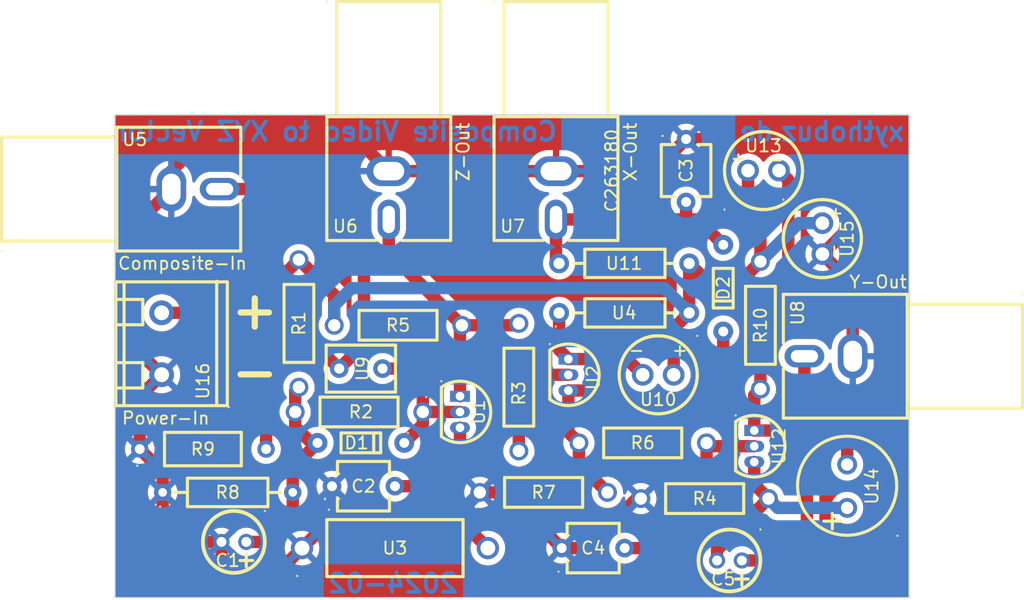
<source format=kicad_pcb>
(kicad_pcb (version 20221018) (generator pcbnew)

  (general
    (thickness 1.6)
  )

  (paper "A4")
  (layers
    (0 "F.Cu" signal)
    (31 "B.Cu" signal)
    (32 "B.Adhes" user "B.Adhesive")
    (33 "F.Adhes" user "F.Adhesive")
    (34 "B.Paste" user)
    (35 "F.Paste" user)
    (36 "B.SilkS" user "B.Silkscreen")
    (37 "F.SilkS" user "F.Silkscreen")
    (38 "B.Mask" user)
    (39 "F.Mask" user)
    (40 "Dwgs.User" user "User.Drawings")
    (41 "Cmts.User" user "User.Comments")
    (42 "Eco1.User" user "User.Eco1")
    (43 "Eco2.User" user "User.Eco2")
    (44 "Edge.Cuts" user)
    (45 "Margin" user)
    (46 "B.CrtYd" user "B.Courtyard")
    (47 "F.CrtYd" user "F.Courtyard")
    (48 "B.Fab" user)
    (49 "F.Fab" user)
    (50 "User.1" user)
    (51 "User.2" user)
    (52 "User.3" user)
    (53 "User.4" user)
    (54 "User.5" user)
    (55 "User.6" user)
    (56 "User.7" user)
    (57 "User.8" user)
    (58 "User.9" user)
  )

  (setup
    (pad_to_mask_clearance 0)
    (pcbplotparams
      (layerselection 0x00010fc_ffffffff)
      (plot_on_all_layers_selection 0x0000000_00000000)
      (disableapertmacros false)
      (usegerberextensions false)
      (usegerberattributes true)
      (usegerberadvancedattributes true)
      (creategerberjobfile true)
      (dashed_line_dash_ratio 12.000000)
      (dashed_line_gap_ratio 3.000000)
      (svgprecision 4)
      (plotframeref false)
      (viasonmask false)
      (mode 1)
      (useauxorigin false)
      (hpglpennumber 1)
      (hpglpenspeed 20)
      (hpglpendiameter 15.000000)
      (dxfpolygonmode true)
      (dxfimperialunits true)
      (dxfusepcbnewfont true)
      (psnegative false)
      (psa4output false)
      (plotreference true)
      (plotvalue true)
      (plotinvisibletext false)
      (sketchpadsonfab false)
      (subtractmaskfromsilk false)
      (outputformat 1)
      (mirror false)
      (drillshape 1)
      (scaleselection 1)
      (outputdirectory "")
    )
  )

  (net 0 "")
  (net 1 "Net-(C1-Pad1)")
  (net 2 "GND")
  (net 3 "Net-(U1-E)")
  (net 4 "Net-(C3-Pad2)")
  (net 5 "Net-(U12-B)")
  (net 6 "Net-(U12-C)")
  (net 7 "Net-(U12-E)")
  (net 8 "Net-(U1-B)")
  (net 9 "Net-(U2-E)")
  (net 10 "Net-(U2-B)")
  (net 11 "Net-(U1-C)")
  (net 12 "Net-(R9-Pad2)")
  (net 13 "Net-(U2-C)")
  (net 14 "Net-(U14-Pad2)")
  (net 15 "+12V")

  (footprint "jlc_footprints:CAP-TH_BD5.0-P2.00-D0.8-FD" (layer "F.Cu") (at 122.749936 115.770003 180))

  (footprint "jlc_footprints:RES-TH_BD2.4-L6.3-P10.30-D0.6" (layer "F.Cu") (at 160.749936 112.270003 180))

  (footprint "jlc_footprints:CAP-TH_BD5.0-P2.00-D0.8-FD" (layer "F.Cu") (at 162.749936 117.270003 180))

  (footprint "jlc_footprints:CAP-TH_L4.2-W3.8-P5.08-D0.6" (layer "F.Cu") (at 159.249936 85.770003 -90))

  (footprint "jlc_footprints:CAP-TH_L4.2-W3.8-P5.08-D0.6" (layer "F.Cu") (at 151.749936 116.270003))

  (footprint "jlc_footprints:CAP-TH_BD6.3-P2.50-D0.6-FD" (layer "F.Cu") (at 170.249936 91.270003 -90))

  (footprint "jlc_footprints:RES-TH_BD2.4-L6.3-P10.30-D0.6" (layer "F.Cu") (at 145.749936 103.270003 90))

  (footprint "jlc_footprints:DO-34_BD1.6-L3.0-P7.00-D0.6-RD" (layer "F.Cu") (at 133 107.770003 180))

  (footprint "jlc_footprints:CAP-TH_BD6.3-P2.50-D0.6-FD" (layer "F.Cu") (at 156.999872 102.270003 180))

  (footprint "jlc_footprints:RES-TH_BD2.2-L6.5-P10.50-D0.6" (layer "F.Cu") (at 154.249936 97.270003))

  (footprint "jlc_footprints:CAP-TH_L4.2-W3.8-P5.08-D0.6" (layer "F.Cu") (at 133.209931 111.270003))

  (footprint "jlc_footprints:RES-TH_BD2.7-L6.2-P10.20-D0.4" (layer "F.Cu") (at 120.249936 108.270003))

  (footprint "jlc_footprints:RES-TH_BD2.4-L6.3-P10.30-D0.6" (layer "F.Cu") (at 147.749936 111.770003))

  (footprint "jlc_footprints:TO-92-3_L4.9-W3.7-P1.27-L" (layer "F.Cu") (at 141 105.270003 -90))

  (footprint "jlc_footprints:CONN-TH_AV-5" (layer "F.Cu") (at 119.649885 87.270003 -90))

  (footprint "jlc_footprints:TO-92-3_L4.9-W3.7-P1.27-L" (layer "F.Cu") (at 164.749936 108.040006 -90))

  (footprint "jlc_footprints:DO-34_BD1.6-L3.0-P7.00-D0.6-RD" (layer "F.Cu") (at 162.249936 95.270003 90))

  (footprint "jlc_footprints:RES-TH_BD4.5-L11.0-P15.00-D0.8" (layer "F.Cu") (at 135.749936 116.270003))

  (footprint "jlc_footprints:CAP-TH_BD8.0-P3.50-D0.6-FD_1" (layer "F.Cu") (at 172.249936 111.270003 90))

  (footprint "jlc_footprints:RES-TH_BD2.4-L6.3-P10.30-D0.6" (layer "F.Cu") (at 132.849886 105.270003 180))

  (footprint "jlc_footprints:TO-92-3_L4.9-W3.7-P1.27-L" (layer "F.Cu") (at 149.749936 102.270003 -90))

  (footprint "jlc_footprints:CAP-TH_BD6.3-P2.50-D0.6-FD" (layer "F.Cu") (at 165.5 85.770003))

  (footprint "jlc_footprints:CONN-TH_AV-5" (layer "F.Cu") (at 135.249936 87.770029 180))

  (footprint "jlc_footprints:RES-TH_BD2.4-L6.3-P10.30-D0.6" (layer "F.Cu") (at 165.249936 98.270003 90))

  (footprint "jlc_footprints:RES-TH_BD2.4-L6.3-P10.30-D0.6" (layer "F.Cu") (at 128 98.119889 90))

  (footprint "jlc_footprints:RES-TH_BD2.4-L6.3-P10.30-D0.6" (layer "F.Cu") (at 155.749936 107.770003 180))

  (footprint "jlc_footprints:RES-TH_BD2.3-L6.5-P10.50-D0.5" (layer "F.Cu") (at 122.249936 111.770003))

  (footprint "jlc_footprints:CONN-TH_AV-5" (layer "F.Cu") (at 170.749911 100.770003 90))

  (footprint "jlc_footprints:CAP-TH_L5.5-W3.8-P3.50-D0.6" (layer "F.Cu") (at 133 101.770003))

  (footprint "jlc_footprints:RES-TH_BD2.4-L6.3-P10.30-D0.6" (layer "F.Cu") (at 136 98.270003 180))

  (footprint "jlc_footprints:RES-TH_BD2.2-L6.5-P10.50-D0.6" (layer "F.Cu") (at 154.249936 93.270003))

  (footprint "jlc_footprints:CONN-TH_XY300V-A-5.0-2P" (layer "F.Cu") (at 116.919964 99.763463 90))

  (footprint "jlc_footprints:CONN-TH_AV-5" (layer "F.Cu") (at 148.749936 87.770029 180))

  (gr_rect (start 113.14986 81.270003) (end 177.249936 120.270003)
    (stroke (width 0.1) (type default)) (fill none) (layer "Edge.Cuts") (tstamp 909cd8c0-0136-4c5d-b59b-aee5427766ec))
  (gr_text "Composite Video to XYZ Vector" (at 149 83.5) (layer "B.Cu") (tstamp 9e89382f-0e87-45b1-98f2-bb35cc89025f)
    (effects (font (size 1.5 1.5) (thickness 0.3) bold) (justify left bottom mirror))
  )
  (gr_text "xythobuz.de" (at 177 83.5) (layer "B.Cu") (tstamp ba8b0e7d-ea4c-4c5f-98bb-9f7419ad8de9)
    (effects (font (size 1.5 1.5) (thickness 0.3) bold) (justify left bottom mirror))
  )
  (gr_text "2024-02" (at 141 120) (layer "B.Cu") (tstamp e0252132-5e3b-4d56-a0eb-710dfdadd252)
    (effects (font (size 1.5 1.5) (thickness 0.3) bold) (justify left bottom mirror))
  )
  (gr_text "-" (at 122.249936 103.770003) (layer "F.SilkS") (tstamp 719982e9-e431-4187-81f3-920e31b93317)
    (effects (font (size 3 3) (thickness 0.5) bold) (justify left bottom))
  )
  (gr_text "+" (at 122.249936 98.770003) (layer "F.SilkS") (tstamp c24c4664-0e04-421e-96ec-411801863de4)
    (effects (font (size 3 3) (thickness 0.5) bold) (justify left bottom))
  )

  (segment (start 129 107.770003) (end 129.5 107.770003) (width 1) (layer "F.Cu") (net 1) (tstamp 2287397f-ed91-4119-91db-5532e807d5bf))
  (segment (start 127.499872 113.520067) (end 125.249936 115.770003) (width 1) (layer "F.Cu") (net 1) (tstamp 25fc25f6-a1b5-42c9-a03a-765cea0779f4))
  (segment (start 127.699772 106.469775) (end 129 107.770003) (width 1) (layer "F.Cu") (net 1) (tstamp 6e88c240-10a9-4f4f-8ae7-f7f6ccdb63bd))
  (segment (start 127.499872 111.770003) (end 127.499872 113.520067) (width 1) (layer "F.Cu") (net 1) (tstamp 727ceb11-d663-4293-afbb-41a089b6be32))
  (segment (start 127.699772 105.270003) (end 127.699772 106.469775) (width 1) (layer "F.Cu") (net 1) (tstamp 82dd5eb4-4080-4866-859b-512e476ebb11))
  (segment (start 128 103.270003) (end 127.699772 103.570231) (width 1) (layer "F.Cu") (net 1) (tstamp b65d6564-81d9-4055-b45a-4270b0dec257))
  (segment (start 125.249936 115.770003) (end 123.749936 115.770003) (width 1) (layer "F.Cu") (net 1) (tstamp b959a2b9-96fd-422b-9e73-2ec887256b07))
  (segment (start 127.699772 103.570231) (end 127.699772 105.270003) (width 1) (layer "F.Cu") (net 1) (tstamp c5cea043-9574-46ab-bd5a-4b9bb7696198))
  (segment (start 127.499872 109.770131) (end 129.5 107.770003) (width 1) (layer "F.Cu") (net 1) (tstamp ca2c612f-f4f4-41c8-9f0a-347cc55853a6))
  (segment (start 127.499872 111.770003) (end 127.499872 109.770131) (width 1) (layer "F.Cu") (net 1) (tstamp f8ac6d85-9630-476a-82fb-1507ed4f7a2a))
  (segment (start 116.919964 102.263463) (end 114.249936 99.593435) (width 1) (layer "F.Cu") (net 2) (tstamp 020829e2-beea-499e-989e-aa93e9e30568))
  (segment (start 142.599822 111.770003) (end 144.709931 111.770003) (width 1) (layer "F.Cu") (net 2) (tstamp 0267015d-d5a8-4592-a175-e0cb09c826c6))
  (segment (start 156.659892 85.820042) (end 159.249936 83.229998) (width 1) (layer "F.Cu") (net 2) (tstamp 07fa5b34-d6d5-4c2e-80e5-201826b360ac))
  (segment (start 172.699898 94.969901) (end 170.249936 92.519939) (width 1) (layer "F.Cu") (net 2) (tstamp 0954b3b3-03fb-402c-a773-c53d3f9518fa))
  (segment (start 125.749936 118.770003) (end 128.249936 116.270003) (width 1) (layer "F.Cu") (net 2) (tstamp 15212ff7-85d8-4c34-94f1-db562f6cd55e))
  (segment (start 169.729998 83.229998) (end 173 86.5) (width 1) (layer "F.Cu") (net 2) (tstamp 1691ad5a-a890-4ec8-9521-fa687ec872c8))
  (segment (start 135.249936 85.820042) (end 148.749936 85.820042) (width 1) (layer "F.Cu") (net 2) (tstamp 1f7f61eb-4f28-4fba-a15c-956abc2f017d))
  (segment (start 119.249936 115.770003) (end 121.749936 115.770003) (width 1) (layer "F.Cu") (net 2) (tstamp 23590dab-3eed-45fd-936d-b065536ae9bf))
  (segment (start 173 86.5) (end 173 89.769875) (width 1) (layer "F.Cu") (net 2) (tstamp 2631e180-cebb-44a2-8577-1e21edb80e88))
  (segment (start 130.669926 113.850013) (end 128.249936 116.270003) (width 1) (layer "F.Cu") (net 2) (tstamp 2bbaf9fb-d9a6-4b4c-adbe-6864b75e9324))
  (segment (start 114.249936 99.593435) (end 114.249936 90.719965) (width 1) (layer "F.Cu") (net 2) (tstamp 41d38f20-b4ab-4406-8680-1b4922554c85))
  (segment (start 144.709931 111.770003) (end 149.209931 116.270003) (width 1) (layer "F.Cu") (net 2) (tstamp 463e5a6c-cccc-4a0c-9389-d7791e2ade95))
  (segment (start 132.699897 83.270003) (end 135.249936 85.820042) (width 1) (layer "F.Cu") (net 2) (tstamp 530e4bf2-db58-49b2-9623-048da59893f9))
  (segment (start 117.699898 85.820041) (end 120.249936 83.270003) (width 1) (layer "F.Cu") (net 2) (tstamp 613e6854-877d-4641-899c-ce4d85116438))
  (segment (start 121.749936 117.270003) (end 123.249936 118.770003) (width 1) (layer "F.Cu") (net 2) (tstamp 65e0bc19-93bf-4a44-b3ee-d9b16bda73f1))
  (segment (start 151.249936 116.270003) (end 155.249936 112.270003) (width 1) (layer "F.Cu") (net 2) (tstamp 68bd5d8e-3279-42c2-9240-0ab51a31e0ff))
  (segment (start 117.699898 87.270003) (end 117.699898 85.820041) (width 1) (layer "F.Cu") (net 2) (tstamp 6e0fea4e-a61d-4326-b90c-253163f38ca8))
  (segment (start 117 110.120143) (end 115.14986 108.270003) (width 1) (layer "F.Cu") (net 2) (tstamp 7639c043-a35c-438b-aa1d-c77753bf8111))
  (segment (start 148.749936 85.820042) (end 156.659892 85.820042) (width 1) (layer "F.Cu") (net 2) (tstamp 7f0bcdd7-b59b-4d3c-96d1-b83a85593042))
  (segment (start 155.249936 112.270003) (end 155.599822 112.270003) (width 1) (layer "F.Cu") (net 2) (tstamp 8d02f125-9de6-4f2e-9357-7d7f2a4e57b4))
  (segment (start 115.14986 104.033567) (end 115.14986 108.270003) (width 1) (layer "F.Cu") (net 2) (tstamp 926add98-c17b-4179-beef-867bd3735f0f))
  (segment (start 130.669926 111.270003) (end 130.669926 113.850013) (width 1) (layer "F.Cu") (net 2) (tstamp 96e19949-491a-4ef4-b381-caa478cb3fe5))
  (segment (start 116.919964 102.263463) (end 115.14986 104.033567) (width 1) (layer "F.Cu") (net 2) (tstamp afb222bf-7b52-4176-a50d-97b5334cf295))
  (segment (start 173 89.769875) (end 170.249936 92.519939) (width 1) (layer "F.Cu") (net 2) (tstamp b93b2cc0-493e-4446-8bdb-c4a14e848d2d))
  (segment (start 117 111.770003) (end 117 110.120143) (width 1) (layer "F.Cu") (net 2) (tstamp b9f11575-2f96-448f-bbf8-760f844d770c))
  (segment (start 117 111.770003) (end 117 113.520067) (width 1) (layer "F.Cu") (net 2) (tstamp bfe117e0-91af-4f15-9485-56545d5652a3))
  (segment (start 121.749936 115.770003) (end 121.749936 117.270003) (width 1) (layer "F.Cu") (net 2) (tstamp c4c88f32-2c1c-452d-bcf3-3c3d68f575e6))
  (segment (start 120.249936 83.270003) (end 132.699897 83.270003) (width 1) (layer "F.Cu") (net 2) (tstamp c9bd7ddc-61f3-4e80-8efe-e65a27b34566))
  (segment (start 114.249936 90.719965) (end 117.699898 87.270003) (width 1) (layer "F.Cu") (net 2) (tstamp d3de630f-0de4-46e3-8189-5ced367793c3))
  (segment (start 149.209931 116.270003) (end 151.249936 116.270003) (width 1) (layer "F.Cu") (net 2) (tstamp d4624ed7-b893-4e06-a452-492956a7f976))
  (segment (start 172.699898 100.770003) (end 172.699898 94.969901) (width 1) (layer "F.Cu") (net 2) (tstamp e37a7c0c-7455-4aab-beff-25ff737328cd))
  (segment (start 159.249936 83.229998) (end 169.729998 83.229998) (width 1) (layer "F.Cu") (net 2) (tstamp f42d6ca8-eaa1-41e4-9d7b-12539dccc46f))
  (segment (start 117 113.520067) (end 119.249936 115.770003) (width 1) (layer "F.Cu") (net 2) (tstamp fb000dae-0177-4ba6-9e5a-8e7e1073ad52))
  (segment (start 123.249936 118.770003) (end 125.749936 118.770003) (width 1) (layer "F.Cu") (net 2) (tstamp fbe7c95e-df7c-4640-95fd-215b43120b71))
  (segment (start 132.249936 114.270003) (end 140.099822 114.270003) (width 1) (layer "B.Cu") (net 2) (tstamp 52e06edf-560d-46a9-bdc4-139151256f9c))
  (segment (start 140.099822 114.270003) (end 142.599822 111.770003) (width 1) (layer "B.Cu") (net 2) (tstamp 8b479ae2-3f66-498b-8065-4564104333db))
  (segment (start 130.669926 112.689993) (end 132.249936 114.270003) (width 1) (layer "B.Cu") (net 2) (tstamp a4bd7871-1e08-4f34-bbd1-cd7aac9b4cc5))
  (segment (start 130.669926 111.270003) (end 130.669926 112.689993) (width 1) (layer "B.Cu") (net 2) (tstamp f3ce0c0c-984c-430c-87d9-099a31da87f8))
  (segment (start 141 109.519939) (end 139.249936 111.270003) (width 1) (layer "F.Cu") (net 3) (tstamp 0f81b1ce-2e8b-493b-a18a-cde6576655ac))
  (segment (start 139.249936 111.270003) (end 135.749936 111.270003) (width 1) (layer "F.Cu") (net 3) (tstamp 1304e644-5665-44d8-891a-04887230bd3b))
  (segment (start 143.249936 116.270003) (end 139.249936 112.270003) (width 1) (layer "F.Cu") (net 3) (tstamp 1c0c974f-04c5-4554-a4b8-052ed94b2a00))
  (segment (start 139.249936 112.270003) (end 139.249936 111.270003) (width 1) (layer "F.Cu") (net 3) (tstamp 5e8ec663-c56c-4150-9fe7-2e609199d4fb))
  (segment (start 141 106.540006) (end 141 109.519939) (width 1) (layer "F.Cu") (net 3) (tstamp b29e59cc-3944-404c-9d3d-e6d67ae3b592))
  (segment (start 162.249936 91.770003) (end 160.199975 89.720042) (width 1) (layer "F.Cu") (net 4) (tstamp 13743475-93ed-4b94-a052-6e04fba703cb))
  (segment (start 159.249936 89.720042) (end 148.749936 89.720042) (width 1) (layer "F.Cu") (net 4) (tstamp 4f9e20a5-d340-4af2-8371-664233c25523))
  (segment (start 159.249936 88.310008) (end 159.249936 89.720042) (width 1) (layer "F.Cu") (net 4) (tstamp 656a0d92-3ce9-4c08-be2d-8c69d2f85a2d))
  (segment (start 148.749936 93.020067) (end 148.999872 93.270003) (width 1) (layer "F.Cu") (net 4) (tstamp 9240d32a-901e-48d5-a525-3d64e17f3f33))
  (segment (start 148.749936 89.720042) (end 148.749936 93.020067) (width 1) (layer "F.Cu") (net 4) (tstamp e64bd612-3299-4aea-aad5-b667ed5667dd))
  (segment (start 160.199975 89.720042) (end 159.249936 89.720042) (width 1) (layer "F.Cu") (net 4) (tstamp f2b18299-ff2e-4d01-8fce-74f2c8a20027))
  (segment (start 161.170053 108.040006) (end 160.90005 107.770003) (width 1) (layer "F.Cu") (net 5) (tstamp 08c510c1-f57c-40af-a5dc-665974f6ed58))
  (segment (start 160.90005 111.619889) (end 156.249936 116.270003) (width 1) (layer "F.Cu") (net 5) (tstamp 4feae303-64cb-4cf6-a912-2bced1ffaeac))
  (segment (start 164.749936 108.040006) (end 161.170053 108.040006) (width 1) (layer "F.Cu") (net 5) (tstamp 543f0318-20b3-4459-886d-9d063920b1e3))
  (segment (start 156.249936 116.270003) (end 154.289941 116.270003) (width 1) (layer "F.Cu") (net 5) (tstamp 86974930-b2de-4a59-802d-9cc1e2efd6fc))
  (segment (start 160.90005 107.770003) (end 160.90005 111.619889) (width 1) (layer "F.Cu") (net 5) (tstamp f428e47d-b3a0-415f-8d2e-7dc68a8a7cd4))
  (segment (start 165.249936 97.250064) (end 167.5 95) (width 1) (layer "F.Cu") (net 6) (tstamp 07bd11d0-afba-4e6c-81f6-aefc4876a46d))
  (segment (start 167.5 95) (end 167.5 86.520067) (width 1) (layer "F.Cu") (net 6) (tstamp 361bf6c4-dae5-4664-8dfd-03651eb8b304))
  (segment (start 165.249936 103.420117) (end 165.249936 97.250064) (width 1) (layer "F.Cu") (net 6) (tstamp 37b72965-6671-47b0-acc7-7e853172accd))
  (segment (start 164.749936 103.920117) (end 165.249936 103.420117) (width 1) (layer "F.Cu") (net 6) (tstamp 3b9b8c2c-01ec-4a0b-b4e9-9458cddca85b))
  (segment (start 166.729997 117.270003) (end 169 115) (width 1) (layer "F.Cu") (net 6) (tstamp 4471cbbd-c95b-48a5-8d0d-1ec7ff4ed372))
  (segment (start 169 115) (end 169 109.220067) (width 1) (layer "F.Cu") (net 6) (tstamp 5334dc61-fb72-4d4c-af65-c932dfcf1655))
  (segment (start 169 109.220067) (end 166.549936 106.770003) (width 1) (layer "F.Cu") (net 6) (tstamp 9e2c47d9-1089-451d-af45-ffa623d25522))
  (segment (start 164.749936 106.770003) (end 164.749936 103.920117) (width 1) (layer "F.Cu") (net 6) (tstamp a3caf0de-a76a-478b-afdd-7fdcec4b3fc4))
  (segment (start 167.5 86.520067) (end 166.749936 85.770003) (width 1) (layer "F.Cu") (net 6) (tstamp aefada94-c653-4631-8605-79c093ee2555))
  (segment (start 166.549936 106.770003) (end 164.749936 106.770003) (width 1) (layer "F.Cu") (net 6) (tstamp bc232c7e-08be-4746-9f2c-2786d697617b))
  (segment (start 163.749936 117.270003) (end 166.729997 117.270003) (width 1) (layer "F.Cu") (net 6) (tstamp cadefebf-fd30-46fc-8db8-e28fc8953f63))
  (segment (start 161.749936 117.270003) (end 161.749936 116.420117) (width 1) (layer "F.Cu") (net 7) (tstamp 0ea46186-a53d-42d6-9281-e41b6ec24259))
  (segment (start 164.749936 109.310009) (end 164.749936 111.119889) (width 1) (layer "F.Cu") (net 7) (tstamp 46cc5301-3b3b-4e80-a88f-f69d13c64385))
  (segment (start 164.749936 111.119889) (end 165.90005 112.270003) (width 1) (layer "F.Cu") (net 7) (tstamp 76fb8803-934f-421d-ad77-8a2f40daca11))
  (segment (start 161.749936 116.420117) (end 165.90005 112.270003) (width 1) (layer "F.Cu") (net 7) (tstamp e006d8c8-6981-4592-a7c2-978f4af2d98e))
  (segment (start 172.249936 113.020067) (end 166.650114 113.020067) (width 1) (layer "B.Cu") (net 7) (tstamp 358c00fa-bb96-4157-bd9d-0106e6105a90))
  (segment (start 166.650114 113.020067) (end 165.90005 112.270003) (width 1) (layer "B.Cu") (net 7) (tstamp 9ed76135-153c-4ecb-ad99-3b7d5c7127df))
  (segment (start 138 106.270003) (end 138 105.270003) (width 1) (layer "F.Cu") (net 8) (tstamp 2411db3e-ba4b-410c-93dd-497a8e9db56a))
  (segment (start 138 103.270003) (end 136.5 101.770003) (width 1) (layer "F.Cu") (net 8) (tstamp 259e2c56-66b5-40a4-a37f-ceff74f328a3))
  (segment (start 141 105.270003) (end 138 105.270003) (width 1) (layer "F.Cu") (net 8) (tstamp 403fbdde-1077-4c3c-b0af-90054a6b00d9))
  (segment (start 136.5 101.770003) (end 134.750064 101.770003) (width 1) (layer "F.Cu") (net 8) (tstamp 6fb0fa79-3bdc-48e0-989d-1014f0f1d5b9))
  (segment (start 138 105.270003) (end 138 103.270003) (width 1) (layer "F.Cu") (net 8) (tstamp a37b047d-8f62-4394-8ab9-6b008f77a2b9))
  (segment (start 136.5 107.770003) (end 138 106.270003) (width 1) (layer "F.Cu") (net 8) (tstamp ad82ddb7-7634-4ba2-8951-9e97eec0b7ed))
  (segment (start 153.749936 104.770003) (end 160.749936 104.770003) (width 1) (layer "F.Cu") (net 9) (tstamp 178a92bf-6c19-4b87-9c19-c06a03b154c8))
  (segment (start 162.249936 103.270003) (end 162.249936 98.770003) (width 1) (layer "F.Cu") (net 9) (tstamp 588682ac-f2bd-4a41-aef0-113873ec7590))
  (segment (start 160.749936 104.770003) (end 162.249936 103.270003) (width 1) (layer "F.Cu") (net 9) (tstamp 632593b1-2c5f-4cb0-9cb4-a51ead253e86))
  (segment (start 152.519939 103.540006) (end 153.749936 104.770003) (width 1) (layer "F.Cu") (net 9) (tstamp a33a23f2-d4af-4d8b-b434-4044a0e68796))
  (segment (start 149.749936 103.540006) (end 152.519939 103.540006) (width 1) (layer "F.Cu") (net 9) (tstamp a5686f58-b940-4f39-bac8-022bd02574f8))
  (segment (start 149.749936 103.540006) (end 149.749936 106.920117) (width 1) (layer "F.Cu") (net 9) (tstamp aeaf9042-96a8-4cd1-9614-550b2e819280))
  (segment (start 150.599822 109.469775) (end 152.90005 111.770003) (width 1) (layer "F.Cu") (net 9) (tstamp b766d942-2c3e-4e39-838d-980056195aa6))
  (segment (start 149.749936 106.920117) (end 150.599822 107.770003) (width 1) (layer "F.Cu") (net 9) (tstamp c05739bd-dbb0-448e-888c-c9cc441581cd))
  (segment (start 150.599822 107.770003) (end 150.599822 109.469775) (width 1) (layer "F.Cu") (net 9) (tstamp f72e46e1-fe07-4646-b3b6-f544ae4dcb53))
  (segment (start 149.749936 102.270003) (end 146.749936 102.270003) (width 1) (layer "F.Cu") (net 10) (tstamp 1d64b2a3-1631-450c-95cb-521e1cdbc6f4))
  (segment (start 145.749936 103.270003) (end 145.749936 108.420117) (width 1) (layer "F.Cu") (net 10) (tstamp 272161c2-fb71-4da1-a954-fba802ca58c7))
  (segment (start 146.749936 102.270003) (end 145.749936 103.270003) (width 1) (layer "F.Cu") (net 10) (tstamp 5b8e9283-3274-46ac-a392-d1d11ce3bd3a))
  (segment (start 141 104) (end 141 98.420117) (width 1) (layer "F.Cu") (net 11) (tstamp 0c16494e-5e78-4a05-a9d5-b6aa607319a3))
  (segment (start 135.249936 92.369825) (end 135.249936 89.720042) (width 1) (layer "F.Cu") (net 11) (tstamp 0c40efb5-9b94-4bef-9d39-3cdb25d8d85d))
  (segment (start 141 98.420117) (end 141.150114 98.270003) (width 1) (layer "F.Cu") (net 11) (tstamp 425b7b62-53f1-4d78-81da-876b24a2b289))
  (segment (start 145.599822 98.270003) (end 145.749936 98.119889) (width 1) (layer "F.Cu") (net 11) (tstamp 4abcd57f-f8f7-4841-a022-5674045639ab))
  (segment (start 141.150114 98.270003) (end 135.249936 92.369825) (width 1) (layer "F.Cu") (net 11) (tstamp ac202bc5-4666-4619-949d-6a3762b98fd8))
  (segment (start 141.150114 98.270003) (end 145.599822 98.270003) (width 1) (layer "F.Cu") (net 11) (tstamp df8fcb64-41cd-43a0-9ad3-447227184f96))
  (segment (start 121.599898 87.270003) (end 127.749936 87.270003) (width 1) (layer "F.Cu") (net 12) (tstamp 0261e7bf-eb6d-4e62-b126-d74d5e6af875))
  (segment (start 133.249936 99.770003) (end 131.249936 101.770003) (width 1) (layer "F.Cu") (net 12) (tstamp 15d5f7a7-ecf6-458f-8f04-5cb6541281ec))
  (segment (start 127.249936 100.770003) (end 125.350012 102.669927) (width 1) (layer "F.Cu") (net 12) (tstamp 4b300eea-c392-457f-bb5f-598fb7b1e600))
  (segment (start 127.749936 87.270003) (end 133.249936 92.770003) (width 1) (layer "F.Cu") (net 12) (tstamp 4ff14a8e-c715-4610-bf2d-d2c2533a4e14))
  (segment (start 133.249936 92.770003) (end 133.249936 99.770003) (width 1) (layer "F.Cu") (net 12) (tstamp 51bdc6a2-16e7-48fb-85b1-531b38ba77f2))
  (segment (start 125.350012 102.669927) (end 125.350012 108.270003) (width 1) (layer "F.Cu") (net 12) (tstamp 83f20ff6-3fb0-457a-83f6-dc582b2c1c01))
  (segment (start 130.249936 100.770003) (end 127.249936 100.770003) (width 1) (layer "F.Cu") (net 12) (tstamp eb289018-41ae-4eb5-a882-4a2628987c61))
  (segment (start 131.249936 101.770003) (end 130.249936 100.770003) (width 1) (layer "F.Cu") (net 12) (tstamp f2cb1012-443a-427b-be34-afbb05a8cadd))
  (segment (start 154.479933 101) (end 149.749936 101) (width 1) (layer "F.Cu") (net 13) (tstamp 29047599-bff5-460f-808c-608c6957a6b8))
  (segment (start 148.999872 97.270003) (end 148.999872 100.249936) (width 1) (layer "F.Cu") (net 13) (tstamp 31f5114e-5ad5-4efd-9050-e5458e01a0a5))
  (segment (start 155.749936 102.270003) (end 154.479933 101) (width 1) (layer "F.Cu") (net 13) (tstamp 794c2bde-9d6f-448c-b5ed-7b6d1a660e07))
  (segment (start 148.999872 100.249936) (end 149.749936 101) (width 1) (layer "F.Cu") (net 13) (tstamp 80ba4a08-04a1-4d45-855c-613986984d6d))
  (segment (start 172.249936 109.519939) (end 172.249936 107.249936) (width 1) (layer "F.Cu") (net 14) (tstamp 245adcad-1614-43eb-a323-3056b00eb496))
  (segment (start 168.799898 103.799898) (end 168.799898 100.770003) (width 1) (layer "F.Cu") (net 14) (tstamp e6e9ad9a-d6c8-4e1a-9797-18072c985978))
  (segment (start 172.249936 107.249936) (end 168.799898 103.799898) (width 1) (layer "F.Cu") (net 14) (tstamp ec3b22b1-cfbe-4f0e-a42d-874e80856c90))
  (segment (start 128 92.969775) (end 123.706312 97.263463) (width 1) (layer "F.Cu") (net 15) (tstamp 034c3acd-89d9-49b5-a00b-8281b256208f))
  (segment (start 130.849886 95.819661) (end 128 92.969775) (width 1) (layer "F.Cu") (net 15) (tstamp 1f8ee417-1bd8-4eb6-aa26-9a70d2370c1c))
  (segment (start 164.099822 94.270003) (end 160.5 94.270003) (width 1) (layer "F.Cu") (net 15) (tstamp 38bf66fb-4871-49f6-9097-d8db6aa13815))
  (segment (start 159.5 93.270003) (end 159.5 97.270003) (width 1) (layer "F.Cu") (net 15) (tstamp 4018cd0b-38b1-4ae4-988c-fb71e9ccab71))
  (segment (start 123.706312 97.263463) (end 116.919964 97.263463) (width 1) (layer "F.Cu") (net 15) (tstamp 42b73559-514a-400a-8b32-82c5c516fc81))
  (segment (start 164.250064 89.250064) (end 165.249936 90.249936) (width 1) (layer "F.Cu") (net 15) (tstamp 485a8b8f-11f4-4dab-beb3-4b863b6a02d8))
  (segment (start 160.5 94.270003) (end 159.5 93.270003) (width 1) (layer "F.Cu") (net 15) (tstamp 6fb823b2-9a90-4ed6-84cf-f28f35be7ae3))
  (segment (start 130.849886 98.270003) (end 130.849886 95.819661) (width 1) (layer "F.Cu") (net 15) (tstamp 7e37659a-d1e3-42f1-934a-a5bcd096d4bf))
  (segment (start 165.249936 93.119889) (end 164.099822 94.270003) (width 1) (layer "F.Cu") (net 15) (tstamp 82351ea9-27bc-4ceb-a8ab-1d4994619ea2))
  (segment (start 165.249936 90.249936) (end 165.249936 93.119889) (width 1) (layer "F.Cu") (net 15) (tstamp a6558168-b245-4236-881c-2d32f45481e8))
  (segment (start 164.250064 85.770003) (end 164.250064 89.250064) (width 1) (layer "F.Cu") (net 15) (tstamp c0a7ff1e-0722-498f-b6d4-d8b24a3a1f5e))
  (segment (start 158.249808 102.270003) (end 158.249808 98.520195) (width 1) (layer "F.Cu") (net 15) (tstamp d316ee6c-4d4e-44f0-9ccc-96485075bd06))
  (segment (start 158.249808 98.520195) (end 159.5 97.270003) (width 1) (layer "F.Cu") (net 15) (tstamp e81b3717-d871-4841-ad1e-1ff655e56ddc))
  (segment (start 130.849886 96.670053) (end 132.249936 95.270003) (width 1) (layer "B.Cu") (net 15) (tstamp 3a4fda45-9319-444c-92be-bedbc24ec467))
  (segment (start 170.249936 90.020067) (end 168.349758 90.020067) (width 1) (layer "B.Cu") (net 15) (tstamp 60fe6e22-133d-44cb-bf26-14a281efc9a3))
  (segment (start 157.5 95.270003) (end 159.5 97.270003) (width 1) (layer "B.Cu") (net 15) (tstamp ab36b9dc-1853-48cb-b13c-5ecbbce1fb3a))
  (segment (start 132.249936 95.270003) (end 157.5 95.270003) (width 1) (layer "B.Cu") (net 15) (tstamp ac884faa-0da1-4a5f-8560-947b704c0764))
  (segment (start 130.849886 98.270003) (end 130.849886 96.670053) (width 1) (layer "B.Cu") (net 15) (tstamp c9cde9c4-4546-4d09-897d-9e9bd517c2c5))
  (segment (start 168.349758 90.020067) (end 165.249936 93.119889) (width 1) (layer "B.Cu") (net 15) (tstamp d2ba6e6e-f376-4a47-9959-cd7310df9c68))

  (zone (net 2) (net_name "GND") (layers "F&B.Cu") (tstamp 5302c0d0-b373-4f8f-b17a-72c71b4f1263) (name "GND") (hatch edge 0.5)
    (connect_pads (clearance 0.5))
    (min_thickness 0.25) (filled_areas_thickness no)
    (fill yes (thermal_gap 0.5) (thermal_bridge_width 0.5))
    (polygon
      (pts
        (xy 113 81)
        (xy 177.5 81)
        (xy 177.5 120.5)
        (xy 113 120.5)
      )
    )
    (filled_polygon
      (layer "F.Cu")
      (pts
        (xy 177.192475 81.290188)
        (xy 177.23823 81.342992)
        (xy 177.249436 81.394503)
        (xy 177.249436 120.145503)
        (xy 177.229751 120.212542)
        (xy 177.176947 120.258297)
        (xy 177.125436 120.269503)
        (xy 113.27436 120.269503)
        (xy 113.207321 120.249818)
        (xy 113.161566 120.197014)
        (xy 113.15036 120.145503)
        (xy 113.15036 112.776883)
        (xy 116.346672 112.776883)
        (xy 116.462821 112.8488)
        (xy 116.462822 112.848801)
        (xy 116.670195 112.929137)
        (xy 116.888807 112.970003)
        (xy 117.111193 112.970003)
        (xy 117.329809 112.929136)
        (xy 117.537168 112.848804)
        (xy 117.537181 112.848798)
        (xy 117.653326 112.776882)
        (xy 117.000001 112.123556)
        (xy 117 112.123556)
        (xy 116.346672 112.776882)
        (xy 116.346672 112.776883)
        (xy 113.15036 112.776883)
        (xy 113.15036 111.770003)
        (xy 115.794859 111.770003)
        (xy 115.815378 111.991442)
        (xy 115.87624 112.205353)
        (xy 115.975369 112.404431)
        (xy 115.991137 112.425311)
        (xy 115.991138 112.425311)
        (xy 116.617143 111.799307)
        (xy 116.646359 111.799307)
        (xy 116.675035 111.912546)
        (xy 116.738926 112.010338)
        (xy 116.831109 112.082087)
        (xy 116.941593 112.120016)
        (xy 117.029005 112.120016)
        (xy 117.115221 112.105629)
        (xy 117.217955 112.050032)
        (xy 117.297071 111.964089)
        (xy 117.343995 111.857114)
        (xy 117.351213 111.770003)
        (xy 117.353553 111.770003)
        (xy 118.008861 112.425311)
        (xy 118.024631 112.404428)
        (xy 118.024633 112.404425)
        (xy 118.123759 112.205353)
        (xy 118.184621 111.991442)
        (xy 118.205141 111.770003)
        (xy 118.205141 111.770002)
        (xy 118.184621 111.548563)
        (xy 118.123759 111.334652)
        (xy 118.024635 111.135583)
        (xy 118.02463 111.135575)
        (xy 118.00886 111.114693)
        (xy 117.353553 111.770002)
        (xy 117.353553 111.770003)
        (xy 117.351213 111.770003)
        (xy 117.353641 111.740699)
        (xy 117.324965 111.62746)
        (xy 117.261074 111.529668)
        (xy 117.168891 111.457919)
        (xy 117.058407 111.41999)
        (xy 116.970995 111.41999)
        (xy 116.884779 111.434377)
        (xy 116.782045 111.489974)
        (xy 116.702929 111.575917)
        (xy 116.656005 111.682892)
        (xy 116.646359 111.799307)
        (xy 116.617143 111.799307)
        (xy 116.646447 111.770003)
        (xy 116.646447 111.770002)
        (xy 115.991138 111.114693)
        (xy 115.991137 111.114694)
        (xy 115.975368 111.135577)
        (xy 115.87624 111.334652)
        (xy 115.815378 111.548563)
        (xy 115.794859 111.770002)
        (xy 115.794859 111.770003)
        (xy 113.15036 111.770003)
        (xy 113.15036 110.763122)
        (xy 116.346671 110.763122)
        (xy 117 111.41645)
        (xy 117.000001 111.41645)
        (xy 117.653327 110.763122)
        (xy 117.537178 110.691205)
        (xy 117.537177 110.691204)
        (xy 117.329804 110.610868)
        (xy 117.111193 110.570003)
        (xy 116.888807 110.570003)
        (xy 116.670195 110.610868)
        (xy 116.462824 110.691203)
        (xy 116.462823 110.691204)
        (xy 116.346671 110.763122)
        (xy 113.15036 110.763122)
        (xy 113.15036 108.270003)
        (xy 113.944719 108.270003)
        (xy 113.965238 108.491442)
        (xy 114.0261 108.705353)
        (xy 114.125229 108.904431)
        (xy 114.140997 108.925311)
        (xy 114.140998 108.925311)
        (xy 114.751906 108.314403)
        (xy 114.764695 108.395151)
        (xy 114.822219 108.508048)
        (xy 114.911815 108.597644)
        (xy 115.024712 108.655168)
        (xy 115.105459 108.667956)
        (xy 114.496532 109.276882)
        (xy 114.496532 109.276883)
        (xy 114.612681 109.3488)
        (xy 114.612682 109.348801)
        (xy 114.820055 109.429137)
        (xy 115.038667 109.470003)
        (xy 115.261053 109.470003)
        (xy 115.479669 109.429136)
        (xy 115.687028 109.348804)
        (xy 115.687041 109.348798)
        (xy 115.803186 109.276882)
        (xy 115.194261 108.667956)
        (xy 115.275008 108.655168)
        (xy 115.387905 108.597644)
        (xy 115.477501 108.508048)
        (xy 115.535025 108.395151)
        (xy 115.547813 108.314403)
        (xy 116.158721 108.925311)
        (xy 116.174491 108.904428)
        (xy 116.174493 108.904425)
        (xy 116.273619 108.705353)
        (xy 116.334481 108.491442)
        (xy 116.355001 108.270003)
        (xy 116.355001 108.270002)
        (xy 116.334481 108.048563)
        (xy 116.273619 107.834652)
        (xy 116.174495 107.635583)
        (xy 116.17449 107.635575)
        (xy 116.15872 107.614693)
        (xy 115.547813 108.225601)
        (xy 115.535025 108.144855)
        (xy 115.477501 108.031958)
        (xy 115.387905 107.942362)
        (xy 115.275008 107.884838)
        (xy 115.194261 107.872049)
        (xy 115.803187 107.263122)
        (xy 115.687038 107.191205)
        (xy 115.687037 107.191204)
        (xy 115.479664 107.110868)
        (xy 115.261053 107.070003)
        (xy 115.038667 107.070003)
        (xy 114.820055 107.110868)
        (xy 114.612684 107.191203)
        (xy 114.612683 107.191204)
        (xy 114.496531 107.263122)
        (xy 115.105459 107.872049)
        (xy 115.024712 107.884838)
        (xy 114.911815 107.942362)
        (xy 114.822219 108.031958)
        (xy 114.764695 108.144855)
        (xy 114.751906 108.225602)
        (xy 114.140998 107.614694)
        (xy 114.140997 107.614694)
        (xy 114.125228 107.635577)
        (xy 114.0261 107.834652)
        (xy 113.965238 108.048563)
        (xy 113.944719 108.270002)
        (xy 113.944719 108.270003)
        (xy 113.15036 108.270003)
        (xy 113.15036 102.263468)
        (xy 115.414823 102.263468)
        (xy 115.435349 102.511192)
        (xy 115.435351 102.511201)
        (xy 115.496376 102.75218)
        (xy 115.59623 102.979827)
        (xy 115.696528 103.133345)
        (xy 116.35719 102.472682)
        (xy 116.395865 102.566051)
        (xy 116.492039 102.691388)
        (xy 116.617376 102.787562)
        (xy 116.710743 102.826235)
        (xy 116.049906 103.487072)
        (xy 116.096732 103.523518)
        (xy 116.096734 103.523519)
        (xy 116.315349 103.641827)
        (xy 116.31536 103.641832)
        (xy 116.55047 103.722546)
        (xy 116.795671 103.763463)
        (xy 117.044257 103.763463)
        (xy 117.289457 103.722546)
        (xy 117.524567 103.641832)
        (xy 117.524578 103.641827)
        (xy 117.743192 103.52352)
        (xy 117.743195 103.523518)
        (xy 117.79002 103.487072)
        (xy 117.129184 102.826236)
        (xy 117.222552 102.787562)
        (xy 117.347889 102.691388)
        (xy 117.444063 102.566052)
        (xy 117.482737 102.472683)
        (xy 118.143398 103.133345)
        (xy 118.243695 102.979832)
        (xy 118.343551 102.75218)
        (xy 118.404576 102.511201)
        (xy 118.404578 102.511192)
        (xy 118.425105 102.263468)
        (xy 118.425105 102.263457)
        (xy 118.404578 102.015733)
        (xy 118.404576 102.015724)
        (xy 118.343551 101.774745)
        (xy 118.243695 101.547093)
        (xy 118.143398 101.393579)
        (xy 117.482736 102.054241)
        (xy 117.444063 101.960875)
        (xy 117.347889 101.835538)
        (xy 117.222552 101.739364)
        (xy 117.129184 101.70069)
        (xy 117.790021 101.039853)
        (xy 117.79002 101.039852)
        (xy 117.743193 101.003406)
        (xy 117.524578 100.885098)
        (xy 117.524567 100.885093)
        (xy 117.289457 100.804379)
        (xy 117.044257 100.763463)
        (xy 116.795671 100.763463)
        (xy 116.55047 100.804379)
        (xy 116.31536 100.885093)
        (xy 116.315354 100.885095)
        (xy 116.096725 101.003412)
        (xy 116.049906 101.039851)
        (xy 116.049906 101.039853)
        (xy 116.710743 101.70069)
        (xy 116.617376 101.739364)
        (xy 116.492039 101.835538)
        (xy 116.395865 101.960874)
        (xy 116.357191 102.054242)
        (xy 115.696528 101.393579)
        (xy 115.596231 101.547095)
        (xy 115.496376 101.774745)
        (xy 115.435351 102.015724)
        (xy 115.435349 102.015733)
        (xy 115.414823 102.263457)
        (xy 115.414823 102.263468)
        (xy 113.15036 102.263468)
        (xy 113.15036 97.263468)
        (xy 115.414321 97.263468)
        (xy 115.434854 97.511275)
        (xy 115.434856 97.511287)
        (xy 115.4959 97.752344)
        (xy 115.59579 97.980069)
        (xy 115.731797 98.188245)
        (xy 115.74748 98.205281)
        (xy 115.90022 98.371201)
        (xy 116.096455 98.523937)
        (xy 116.315154 98.642291)
        (xy 116.55035 98.723034)
        (xy 116.795629 98.763963)
        (xy 117.044299 98.763963)
        (xy 117.289578 98.723034)
        (xy 117.524774 98.642291)
        (xy 117.743473 98.523937)
        (xy 117.939708 98.371201)
        (xy 117.983607 98.323514)
        (xy 118.00159 98.30398)
        (xy 118.061477 98.267989)
        (xy 118.092819 98.263963)
        (xy 123.692033 98.263963)
        (xy 123.695175 98.264003)
        (xy 123.78267 98.26622)
        (xy 123.78267 98.266219)
        (xy 123.782675 98.26622)
        (xy 123.840737 98.255812)
        (xy 123.850066 98.254504)
        (xy 123.90875 98.248537)
        (xy 123.937783 98.239427)
        (xy 123.953012 98.235689)
        (xy 123.982965 98.230321)
        (xy 123.982969 98.230319)
        (xy 123.982971 98.230319)
        (xy 124.037735 98.208443)
        (xy 124.046604 98.205284)
        (xy 124.1029 98.187622)
        (xy 124.129512 98.17285)
        (xy 124.143674 98.166125)
        (xy 124.171929 98.15484)
        (xy 124.221191 98.122372)
        (xy 124.229222 98.117506)
        (xy 124.280814 98.088872)
        (xy 124.280821 98.088865)
        (xy 124.280824 98.088864)
        (xy 124.303895 98.069057)
        (xy 124.316437 98.0596)
        (xy 124.341831 98.042865)
        (xy 124.383538 98.001157)
        (xy 124.39045 97.994751)
        (xy 124.391601 97.993763)
        (xy 124.435207 97.956329)
        (xy 124.453836 97.932261)
        (xy 124.464196 97.920498)
        (xy 127.912318 94.472375)
        (xy 127.973641 94.438891)
        (xy 128.043333 94.443875)
        (xy 128.08768 94.472376)
        (xy 129.813067 96.197763)
        (xy 129.846552 96.259086)
        (xy 129.849386 96.285444)
        (xy 129.849386 97.458663)
        (xy 129.829701 97.525702)
        (xy 129.826961 97.529786)
        (xy 129.752351 97.63634)
        (xy 129.75235 97.636342)
        (xy 129.658992 97.836549)
        (xy 129.601815 98.049932)
        (xy 129.601814 98.049939)
        (xy 129.582562 98.27)
        (xy 129.582562 98.270005)
        (xy 129.601814 98.490066)
        (xy 129.601815 98.490073)
        (xy 129.621886 98.564976)
        (xy 129.65574 98.691322)
        (xy 129.658992 98.703456)
        (xy 129.752351 98.903665)
        (xy 129.752353 98.903669)
        (xy 129.879055 99.084618)
        (xy 129.87906 99.084624)
        (xy 130.035264 99.240828)
        (xy 130.03527 99.240833)
        (xy 130.216219 99.367535)
        (xy 130.216221 99.367536)
        (xy 130.216224 99.367538)
        (xy 130.416436 99.460898)
        (xy 130.629817 99.518074)
        (xy 130.787009 99.531826)
        (xy 130.849884 99.537327)
        (xy 130.849886 99.537327)
        (xy 130.849888 99.537327)
        (xy 130.904903 99.532513)
        (xy 131.069955 99.518074)
        (xy 131.283336 99.460898)
        (xy 131.483548 99.367538)
        (xy 131.664506 99.24083)
        (xy 131.820713 99.084623)
        (xy 131.947421 98.903665)
        (xy 132.013054 98.762914)
        (xy 132.059226 98.710474)
        (xy 132.126419 98.691322)
        (xy 132.193301 98.711538)
        (xy 132.238635 98.764703)
        (xy 132.249436 98.815318)
        (xy 132.249436 99.304219)
        (xy 132.229751 99.371258)
        (xy 132.213117 99.3919)
        (xy 131.337616 100.267401)
        (xy 131.276293 100.300886)
        (xy 131.206601 100.295902)
        (xy 131.162254 100.267401)
        (xy 130.967503 100.07265)
        (xy 130.96531 100.070401)
        (xy 130.904997 100.006952)
        (xy 130.904996 100.006951)
        (xy 130.904995 100.00695)
        (xy 130.856576 99.973249)
        (xy 130.849056 99.967578)
        (xy 130.803349 99.930308)
        (xy 130.803342 99.930304)
        (xy 130.776377 99.916219)
        (xy 130.762962 99.908092)
        (xy 130.737985 99.890708)
        (xy 130.737982 99.890706)
        (xy 130.737981 99.890706)
        (xy 130.737977 99.890704)
        (xy 130.683781 99.867446)
        (xy 130.675272 99.863405)
        (xy 130.622993 99.836097)
        (xy 130.622982 99.836093)
        (xy 130.593742 99.827726)
        (xy 130.578957 99.822462)
        (xy 130.550994 99.810462)
        (xy 130.493209 99.798586)
        (xy 130.484063 99.796341)
        (xy 130.427359 99.780116)
        (xy 130.403635 99.778309)
        (xy 130.397008 99.777804)
        (xy 130.381469 99.775625)
        (xy 130.351678 99.769503)
        (xy 130.351677 99.769503)
        (xy 130.292695 99.769503)
        (xy 130.28328 99.769145)
        (xy 130.280579 99.768939)
        (xy 130.22446 99.764665)
        (xy 130.194285 99.768509)
        (xy 130.178618 99.769503)
        (xy 127.264174 99.769503)
        (xy 127.261034 99.769463)
        (xy 127.173573 99.767247)
        (xy 127.173561 99.767248)
        (xy 127.115525 99.777649)
        (xy 127.106201 99.778957)
        (xy 127.047499 99.784928)
        (xy 127.04749 99.78493)
        (xy 127.018464 99.794037)
        (xy 127.003224 99.797778)
        (xy 126.973285 99.803144)
        (xy 126.918503 99.825025)
        (xy 126.909634 99.828182)
        (xy 126.85335 99.845843)
        (xy 126.853346 99.845845)
        (xy 126.826747 99.860608)
        (xy 126.812574 99.867339)
        (xy 126.784318 99.878626)
        (xy 126.784314 99.878628)
        (xy 126.735058 99.911089)
        (xy 126.727005 99.915968)
        (xy 126.675437 99.944591)
        (xy 126.652349 99.964411)
        (xy 126.639823 99.973855)
        (xy 126.614421 99.990597)
        (xy 126.614414 99.990603)
        (xy 126.57271 100.032306)
        (xy 126.565805 100.038706)
        (xy 126.521038 100.077139)
        (xy 126.502416 100.101196)
        (xy 126.492044 100.112972)
        (xy 124.652657 101.95236)
        (xy 124.65041 101.954552)
        (xy 124.586958 102.014869)
        (xy 124.553257 102.063288)
        (xy 124.547586 102.070809)
        (xy 124.510314 102.116519)
        (xy 124.51031 102.116525)
        (xy 124.496221 102.143495)
        (xy 124.488094 102.15691)
        (xy 124.470714 102.181882)
        (xy 124.44745 102.236092)
        (xy 124.44341 102.244599)
        (xy 124.416102 102.296878)
        (xy 124.416102 102.296879)
        (xy 124.407732 102.326128)
        (xy 124.402471 102.340906)
        (xy 124.390471 102.36887)
        (xy 124.384559 102.397641)
        (xy 124.379945 102.420094)
        (xy 124.3786 102.426638)
        (xy 124.376354 102.435787)
        (xy 124.360125 102.492504)
        (xy 124.357814 102.522853)
        (xy 124.355634 102.538392)
        (xy 124.355076 102.541108)
        (xy 124.349512 102.568185)
        (xy 124.349512 102.627167)
        (xy 124.349154 102.636583)
        (xy 124.344674 102.695401)
        (xy 124.348518 102.725576)
        (xy 124.349512 102.741244)
        (xy 124.349512 107.561232)
        (xy 124.329827 107.628271)
        (xy 124.325246 107.63484)
        (xy 124.324956 107.635308)
        (xy 124.225787 107.834464)
        (xy 124.225781 107.834479)
        (xy 124.164897 108.048465)
        (xy 124.164896 108.048467)
        (xy 124.144369 108.270002)
        (xy 124.144369 108.270003)
        (xy 124.164896 108.491538)
        (xy 124.164897 108.49154)
        (xy 124.225781 108.705526)
        (xy 124.225787 108.705541)
        (xy 124.32495 108.904686)
        (xy 124.324955 108.904694)
        (xy 124.459032 109.082241)
        (xy 124.623449 109.232126)
        (xy 124.623451 109.232128)
        (xy 124.812607 109.349248)
        (xy 124.812608 109.349248)
        (xy 124.812611 109.34925)
        (xy 125.020072 109.429621)
        (xy 125.238769 109.470503)
        (xy 125.238771 109.470503)
        (xy 125.461253 109.470503)
        (xy 125.461255 109.470503)
        (xy 125.679952 109.429621)
        (xy 125.887413 109.34925)
        (xy 126.076574 109.232127)
        (xy 126.240993 109.082239)
        (xy 126.37507 108.904692)
        (xy 126.474241 108.705531)
        (xy 126.535127 108.491539)
        (xy 126.555655 108.270003)
        (xy 126.550696 108.216491)
        (xy 126.535127 108.048467)
        (xy 126.535126 108.048465)
        (xy 126.530429 108.031958)
        (xy 126.474241 107.834475)
        (xy 126.457339 107.800532)
        (xy 126.375067 107.635308)
        (xy 126.37205 107.630435)
        (xy 126.373199 107.629723)
        (xy 126.350865 107.570586)
        (xy 126.350512 107.561232)
        (xy 126.350512 105.923166)
        (xy 126.370197 105.856127)
        (xy 126.423001 105.810372)
        (xy 126.492159 105.800428)
        (xy 126.555715 105.829453)
        (xy 126.586894 105.870762)
        (xy 126.596193 105.890704)
        (xy 126.602237 105.903665)
        (xy 126.676847 106.010219)
        (xy 126.699174 106.076424)
        (xy 126.699272 106.081342)
        (xy 126.699272 106.455496)
        (xy 126.699232 106.458636)
        (xy 126.697015 106.546137)
        (xy 126.697015 106.546146)
        (xy 126.70742 106.604195)
        (xy 126.708728 106.613523)
        (xy 126.714697 106.672205)
        (xy 126.714699 106.672219)
        (xy 126.723805 106.701243)
        (xy 126.727544 106.716476)
        (xy 126.732914 106.746428)
        (xy 126.732914 106.74643)
        (xy 126.754792 106.801199)
        (xy 126.757949 106.810067)
        (xy 126.775613 106.866363)
        (xy 126.775614 106.866364)
        (xy 126.775616 106.86637)
        (xy 126.790375 106.89296)
        (xy 126.797108 106.907136)
        (xy 126.808394 106.935389)
        (xy 126.808399 106.935399)
        (xy 126.840852 106.984641)
        (xy 126.845731 106.992694)
        (xy 126.850956 107.002108)
        (xy 126.87436 107.044273)
        (xy 126.874361 107.044275)
        (xy 126.877126 107.047496)
        (xy 126.894182 107.067363)
        (xy 126.903627 107.07989)
        (xy 126.920371 107.105296)
        (xy 126.962071 107.146995)
        (xy 126.968476 107.153906)
        (xy 127.006902 107.198667)
        (xy 127.030965 107.217293)
        (xy 127.042744 107.227668)
        (xy 127.747397 107.932321)
        (xy 127.780882 107.993644)
        (xy 127.775898 108.063336)
        (xy 127.747397 108.107683)
        (xy 126.802517 109.052564)
        (xy 126.80027 109.054756)
        (xy 126.736818 109.115073)
        (xy 126.703117 109.163492)
        (xy 126.697446 109.171013)
        (xy 126.660174 109.216723)
        (xy 126.66017 109.216729)
        (xy 126.646081 109.243699)
        (xy 126.637954 109.257114)
        (xy 126.620574 109.282086)
        (xy 126.59731 109.336296)
        (xy 126.59327 109.344803)
        (xy 126.565962 109.397082)
        (xy 126.565962 109.397083)
        (xy 126.557592 109.426332)
        (xy 126.552331 109.44111)
        (xy 126.540331 109.469074)
        (xy 126.535114 109.494462)
        (xy 126.529879 109.519939)
        (xy 126.52846 109.526842)
        (xy 126.526214 109.535991)
        (xy 126.509985 109.592708)
        (xy 126.507674 109.623057)
        (xy 126.505494 109.638597)
        (xy 126.499372 109.668389)
        (xy 126.499372 109.727371)
        (xy 126.499014 109.736787)
        (xy 126.494534 109.795605)
        (xy 126.498378 109.82578)
        (xy 126.499372 109.841448)
        (xy 126.499372 111.061232)
        (xy 126.479687 111.128271)
        (xy 126.475106 111.13484)
        (xy 126.474816 111.135308)
        (xy 126.375647 111.334464)
        (xy 126.375641 111.334479)
        (xy 126.314757 111.548465)
        (xy 126.314756 111.548467)
        (xy 126.294229 111.770002)
        (xy 126.294229 111.770003)
        (xy 126.314756 111.991538)
        (xy 126.314757 111.99154)
        (xy 126.375641 112.205526)
        (xy 126.375647 112.205541)
        (xy 126.47481 112.404686)
        (xy 126.477831 112.409564)
        (xy 126.476677 112.410278)
        (xy 126.499017 112.469392)
        (xy 126.499372 112.478772)
        (xy 126.499372 113.054284)
        (xy 126.479687 113.121323)
        (xy 126.463053 113.141965)
        (xy 124.871835 114.733184)
        (xy 124.810512 114.766669)
        (xy 124.784154 114.769503)
        (xy 124.354822 114.769503)
        (xy 124.289544 114.750929)
        (xy 124.264964 114.735709)
        (xy 124.264954 114.735704)
        (xy 124.067383 114.659166)
        (xy 124.066134 114.658682)
        (xy 123.856546 114.619503)
        (xy 123.643326 114.619503)
        (xy 123.433738 114.658682)
        (xy 123.433735 114.658682)
        (xy 123.433735 114.658683)
        (xy 123.234918 114.735704)
        (xy 123.234916 114.735705)
        (xy 123.053635 114.84795)
        (xy 122.896063 114.991596)
        (xy 122.814002 115.100262)
        (xy 122.757892 115.141898)
        (xy 122.727214 115.146276)
        (xy 122.147889 115.725601)
        (xy 122.135101 115.644855)
        (xy 122.077577 115.531958)
        (xy 121.987981 115.442362)
        (xy 121.875084 115.384838)
        (xy 121.794337 115.372049)
        (xy 122.366943 114.799442)
        (xy 122.264729 114.736154)
        (xy 122.264725 114.736152)
        (xy 122.065999 114.659166)
        (xy 122.065994 114.659165)
        (xy 121.856497 114.620003)
        (xy 121.643375 114.620003)
        (xy 121.433877 114.659165)
        (xy 121.433872 114.659166)
        (xy 121.235146 114.736152)
        (xy 121.235137 114.736157)
        (xy 121.132928 114.799441)
        (xy 121.132927 114.799442)
        (xy 121.705535 115.372049)
        (xy 121.624788 115.384838)
        (xy 121.511891 115.442362)
        (xy 121.422295 115.531958)
        (xy 121.364771 115.644855)
        (xy 121.351982 115.725601)
        (xy 120.776772 115.150391)
        (xy 120.767995 115.162013)
        (xy 120.673002 115.352786)
        (xy 120.672994 115.352806)
        (xy 120.614674 115.557783)
        (xy 120.614673 115.557786)
        (xy 120.595009 115.770002)
        (xy 120.595009 115.770003)
        (xy 120.614673 115.982219)
        (xy 120.614674 115.982222)
        (xy 120.672994 116.187199)
        (xy 120.673 116.187214)
        (xy 120.767997 116.377994)
        (xy 120.768 116.377999)
        (xy 120.776772 116.389613)
        (xy 121.351982 115.814403)
        (xy 121.364771 115.895151)
        (xy 121.422295 116.008048)
        (xy 121.511891 116.097644)
        (xy 121.624788 116.155168)
        (xy 121.705535 116.167956)
        (xy 121.132927 116.740562)
        (xy 121.23514 116.80385)
        (xy 121.235144 116.803852)
        (xy 121.433872 116.880839)
        (xy 121.433877 116.88084)
        (xy 121.643375 116.920003)
        (xy 121.856497 116.920003)
        (xy 122.065994 116.88084)
        (xy 122.065999 116.880839)
        (xy 122.264727 116.803852)
        (xy 122.264734 116.803849)
        (xy 122.366942 116.740563)
        (xy 122.366942 116.740562)
        (xy 121.794337 116.167956)
        (xy 121.875084 116.155168)
        (xy 121.987981 116.097644)
        (xy 122.077577 116.008048)
        (xy 122.135101 115.895151)
        (xy 122.147889 115.814403)
        (xy 122.729262 116.395776)
        (xy 122.774707 116.405764)
        (xy 122.814 116.439741)
        (xy 122.896064 116.54841)
        (xy 123.053634 116.692055)
        (xy 123.234917 116.804301)
        (xy 123.433738 116.881324)
        (xy 123.643326 116.920503)
        (xy 123.643328 116.920503)
        (xy 123.856544 116.920503)
        (xy 123.856546 116.920503)
        (xy 124.066134 116.881324)
        (xy 124.264955 116.804301)
        (xy 124.264959 116.804298)
        (xy 124.264964 116.804296)
        (xy 124.289544 116.789077)
        (xy 124.354822 116.770503)
        (xy 125.235657 116.770503)
        (xy 125.238799 116.770543)
        (xy 125.326294 116.77276)
        (xy 125.326294 116.772759)
        (xy 125.326299 116.77276)
        (xy 125.384361 116.762352)
        (xy 125.39369 116.761044)
        (xy 125.452374 116.755077)
        (xy 125.481407 116.745967)
        (xy 125.496636 116.742229)
        (xy 125.526589 116.736861)
        (xy 125.526593 116.736859)
        (xy 125.526595 116.736859)
        (xy 125.581359 116.714983)
        (xy 125.590228 116.711824)
        (xy 125.646524 116.694162)
        (xy 125.673136 116.67939)
        (xy 125.687298 116.672665)
        (xy 125.715553 116.66138)
        (xy 125.764815 116.628912)
        (xy 125.772846 116.624046)
        (xy 125.824438 116.595412)
        (xy 125.824445 116.595405)
        (xy 125.824448 116.595404)
        (xy 125.847519 116.575597)
        (xy 125.860061 116.56614)
        (xy 125.885455 116.549405)
        (xy 125.927162 116.507697)
        (xy 125.934074 116.501291)
        (xy 125.949577 116.487982)
        (xy 125.978831 116.462869)
        (xy 125.99746 116.438801)
        (xy 126.00782 116.427038)
        (xy 126.704637 115.730221)
        (xy 126.765959 115.696737)
        (xy 126.835651 115.701721)
        (xy 126.891584 115.743593)
        (xy 126.916001 115.809057)
        (xy 126.912523 115.848343)
        (xy 126.864297 116.038784)
        (xy 126.845138 116.269997)
        (xy 126.845138 116.270008)
        (xy 126.864297 116.501221)
        (xy 126.921253 116.726138)
        (xy 127.014451 116.938609)
        (xy 127.098748 117.067635)
        (xy 127.687162 116.479222)
        (xy 127.725837 116.572591)
        (xy 127.822011 116.697928)
        (xy 127.947348 116.794102)
        (xy 128.040715 116.832775)
        (xy 127.451137 117.422354)
        (xy 127.481585 117.446053)
        (xy 127.685633 117.556479)
        (xy 127.685642 117.556482)
        (xy 127.905075 117.631814)
        (xy 128.133929 117.670003)
        (xy 128.365943 117.670003)
        (xy 128.594796 117.631814)
        (xy 128.814229 117.556482)
        (xy 128.814237 117.556479)
        (xy 129.018291 117.44605)
        (xy 129.048733 117.422354)
        (xy 129.048734 117.422353)
        (xy 128.459156 116.832775)
        (xy 128.552524 116.794102)
        (xy 128.677861 116.697928)
        (xy 128.774035 116.572592)
        (xy 128.812709 116.479223)
        (xy 129.401122 117.067636)
        (xy 129.485418 116.938614)
        (xy 129.578618 116.726138)
        (xy 129.635574 116.501221)
        (xy 129.654734 116.270008)
        (xy 129.654734 116.269997)
        (xy 129.635574 116.038784)
        (xy 129.578618 115.813867)
        (xy 129.48542 115.601396)
        (xy 129.401122 115.472368)
        (xy 128.812708 116.060782)
        (xy 128.774035 115.967415)
        (xy 128.677861 115.842078)
        (xy 128.552524 115.745904)
        (xy 128.459155 115.707229)
        (xy 129.048733 115.11765)
        (xy 129.048733 115.117648)
        (xy 129.018296 115.093958)
        (xy 129.01829 115.093954)
        (xy 128.814238 114.983526)
        (xy 128.814229 114.983523)
        (xy 128.594796 114.908191)
        (xy 128.365943 114.870003)
        (xy 128.133929 114.870003)
        (xy 127.905078 114.90819)
        (xy 127.835784 114.931979)
        (xy 127.765985 114.935128)
        (xy 127.705564 114.900041)
        (xy 127.673704 114.837858)
        (xy 127.680521 114.768322)
        (xy 127.707838 114.727019)
        (xy 128.197262 114.237595)
        (xy 128.199431 114.23548)
        (xy 128.262925 114.175126)
        (xy 128.296624 114.126708)
        (xy 128.3023 114.11918)
        (xy 128.33957 114.073474)
        (xy 128.353654 114.046511)
        (xy 128.361791 114.03308)
        (xy 128.379164 114.00812)
        (xy 128.379167 114.008116)
        (xy 128.402435 113.953892)
        (xy 128.406454 113.945428)
        (xy 128.433781 113.893116)
        (xy 128.44215 113.863864)
        (xy 128.44741 113.84909)
        (xy 128.459412 113.821125)
        (xy 128.471287 113.763335)
        (xy 128.473521 113.754229)
        (xy 128.489759 113.697485)
        (xy 128.492069 113.667144)
        (xy 128.494248 113.651602)
        (xy 128.500372 113.621808)
        (xy 128.500372 113.562825)
        (xy 128.50073 113.553409)
        (xy 128.505209 113.494594)
        (xy 128.501365 113.464406)
        (xy 128.500372 113.448742)
        (xy 128.500372 112.478772)
        (xy 128.520057 112.411733)
        (xy 128.524633 112.40517)
        (xy 128.524925 112.404697)
        (xy 128.52493 112.404692)
        (xy 128.624101 112.205531)
        (xy 128.684987 111.991539)
        (xy 128.705515 111.770003)
        (xy 128.7012 111.723441)
        (xy 128.684987 111.548467)
        (xy 128.684986 111.548465)
        (xy 128.683452 111.543074)
        (xy 128.624101 111.334475)
        (xy 128.591997 111.270003)
        (xy 129.415151 111.270003)
        (xy 129.434213 111.487887)
        (xy 129.434215 111.487897)
        (xy 129.49082 111.699153)
        (xy 129.490824 111.699162)
        (xy 129.583259 111.89739)
        (xy 129.6268 111.959574)
        (xy 130.271972 111.314402)
        (xy 130.284761 111.395151)
        (xy 130.342285 111.508048)
        (xy 130.431881 111.597644)
        (xy 130.544778 111.655168)
        (xy 130.625525 111.667956)
        (xy 129.980353 112.313127)
        (xy 130.042538 112.356669)
        (xy 130.240766 112.449104)
        (xy 130.240775 112.449108)
        (xy 130.452031 112.505713)
        (xy 130.452041 112.505715)
        (xy 130.669925 112.524778)
        (xy 130.669927 112.524778)
        (xy 130.88781 112.505715)
        (xy 130.88782 112.505713)
        (xy 131.099076 112.449108)
        (xy 131.09909 112.449103)
        (xy 131.297309 112.356672)
        (xy 131.297311 112.356671)
        (xy 131.359497 112.313127)
        (xy 130.714327 111.667956)
        (xy 130.795074 111.655168)
        (xy 130.907971 111.597644)
        (xy 130.997567 111.508048)
        (xy 131.055091 111.395151)
        (xy 131.067879 111.314403)
        (xy 131.71305 111.959573)
        (xy 131.756594 111.897388)
        (xy 131.756595 111.897386)
        (xy 131.849026 111.699167)
        (xy 131.849031 111.699153)
        (xy 131.905636 111.487897)
        (xy 131.905638 111.487887)
        (xy 131.924701 111.270003)
        (xy 131.924701 111.270002)
        (xy 131.905638 111.052118)
        (xy 131.905636 111.052108)
        (xy 131.849031 110.840852)
        (xy 131.849027 110.840843)
        (xy 131.756593 110.642617)
        (xy 131.756592 110.642615)
        (xy 131.71305 110.580431)
        (xy 131.71305 110.58043)
        (xy 131.067879 111.225601)
        (xy 131.055091 111.144855)
        (xy 130.997567 111.031958)
        (xy 130.907971 110.942362)
        (xy 130.795074 110.884838)
        (xy 130.714326 110.872049)
        (xy 131.359497 110.226877)
        (xy 131.297313 110.183336)
        (xy 131.099085 110.090901)
        (xy 131.099076 110.090897)
        (xy 130.88782 110.034292)
        (xy 130.88781 110.03429)
        (xy 130.669927 110.015228)
        (xy 130.669925 110.015228)
        (xy 130.452041 110.03429)
        (xy 130.452031 110.034292)
        (xy 130.240775 110.090897)
        (xy 130.240766 110.090901)
        (xy 130.042539 110.183336)
        (xy 129.980354 110.226877)
        (xy 130.625526 110.872049)
        (xy 130.544778 110.884838)
        (xy 130.431881 110.942362)
        (xy 130.342285 111.031958)
        (xy 130.284761 111.144855)
        (xy 130.271972 111.225603)
        (xy 129.6268 110.580431)
        (xy 129.583259 110.642616)
        (xy 129.490824 110.840843)
        (xy 129.49082 110.840852)
        (xy 129.434215 111.052108)
        (xy 129.434213 111.052118)
        (xy 129.415151 111.270002)
        (xy 129.415151 111.270003)
        (xy 128.591997 111.270003)
        (xy 128.566232 111.21826)
        (xy 128.524927 111.135308)
        (xy 128.52191 111.130435)
        (xy 128.523059 111.129723)
        (xy 128.500725 111.070586)
        (xy 128.500372 111.061232)
        (xy 128.500372 110.235913)
        (xy 128.520057 110.168874)
        (xy 128.536691 110.148232)
        (xy 129.061866 109.623057)
        (xy 129.588034 109.096888)
        (xy 129.649355 109.063405)
        (xy 129.6649 109.061044)
        (xy 129.726692 109.055638)
        (xy 129.946496 108.996742)
        (xy 130.152734 108.900571)
        (xy 130.339139 108.77005)
        (xy 130.500047 108.609142)
        (xy 130.630568 108.422737)
        (xy 130.726739 108.216499)
        (xy 130.785635 107.996695)
        (xy 130.805468 107.770003)
        (xy 130.785635 107.543311)
        (xy 130.726739 107.323507)
        (xy 130.630568 107.117269)
        (xy 130.517214 106.955381)
        (xy 130.500045 106.930861)
        (xy 130.339141 106.769957)
        (xy 130.152734 106.639435)
        (xy 130.152732 106.639434)
        (xy 129.946497 106.543264)
        (xy 129.946488 106.543261)
        (xy 129.726697 106.484369)
        (xy 129.726693 106.484368)
        (xy 129.726692 106.484368)
        (xy 129.726691 106.484367)
        (xy 129.726686 106.484367)
        (xy 129.500002 106.464535)
        (xy 129.499999 106.464535)
        (xy 129.273313 106.484367)
        (xy 129.273307 106.484368)
        (xy 129.228869 106.496275)
        (xy 129.159019 106.49461)
        (xy 129.109097 106.46418)
        (xy 128.768446 106.123528)
        (xy 128.734961 106.062205)
        (xy 128.739945 105.992513)
        (xy 128.754549 105.964729)
        (xy 128.797307 105.903665)
        (xy 128.890667 105.703453)
        (xy 128.947843 105.490072)
        (xy 128.967096 105.270003)
        (xy 128.962862 105.221612)
        (xy 128.947843 105.049939)
        (xy 128.947843 105.049934)
        (xy 128.890667 104.836553)
        (xy 128.797307 104.636341)
        (xy 128.755634 104.576825)
        (xy 128.722697 104.529786)
        (xy 128.70037 104.46358)
        (xy 128.700272 104.458663)
        (xy 128.700272 104.385447)
        (xy 128.719957 104.318408)
        (xy 128.753149 104.283872)
        (xy 128.81462 104.24083)
        (xy 128.970827 104.084623)
        (xy 129.097535 103.903665)
        (xy 129.190895 103.703453)
        (xy 129.248071 103.490072)
        (xy 129.265971 103.285466)
        (xy 129.267324 103.270005)
        (xy 129.267324 103.27)
        (xy 129.258423 103.168261)
        (xy 129.248071 103.049934)
        (xy 129.190895 102.836553)
        (xy 129.097535 102.636341)
        (xy 129.097533 102.636338)
        (xy 129.097532 102.636336)
        (xy 128.97083 102.455387)
        (xy 128.970825 102.455381)
        (xy 128.814621 102.299177)
        (xy 128.814615 102.299172)
        (xy 128.633666 102.17247)
        (xy 128.633662 102.172468)
        (xy 128.433453 102.079109)
        (xy 128.43345 102.079108)
        (xy 128.298072 102.042833)
        (xy 128.22007 102.021932)
        (xy 128.220063 102.021931)
        (xy 128.175479 102.018031)
        (xy 128.11041 101.992579)
        (xy 128.069431 101.935988)
        (xy 128.065553 101.866226)
        (xy 128.100007 101.805442)
        (xy 128.161854 101.772934)
        (xy 128.186286 101.770503)
        (xy 129.784153 101.770503)
        (xy 129.851192 101.790188)
        (xy 129.871834 101.806822)
        (xy 129.978051 101.913039)
        (xy 130.011536 101.974362)
        (xy 130.012829 101.982876)
        (xy 130.013729 101.987983)
        (xy 130.070359 102.199328)
        (xy 130.07036 102.19933)
        (xy 130.070361 102.199333)
        (xy 130.082742 102.225884)
        (xy 130.162833 102.397641)
        (xy 130.162834 102.397642)
        (xy 130.288338 102.57688)
        (xy 130.443059 102.731601)
        (xy 130.622297 102.857105)
        (xy 130.820606 102.949578)
        (xy 131.031959 103.00621)
        (xy 131.214862 103.022211)
        (xy 131.249934 103.02528)
        (xy 131.249936 103.02528)
        (xy 131.249938 103.02528)
        (xy 131.27819 103.022808)
        (xy 131.467913 103.00621)
        (xy 131.679266 102.949578)
        (xy 131.877575 102.857105)
        (xy 132.056813 102.731601)
        (xy 132.211534 102.57688)
        (xy 132.337038 102.397642)
        (xy 132.429511 102.199333)
        (xy 132.486143 101.98798)
        (xy 132.486143 101.987972)
        (xy 132.487082 101.982652)
        (xy 132.488706 101.982938)
        (xy 132.511408 101.924865)
        (xy 132.521812 101.913046)
        (xy 133.526044 100.908813)
        (xy 133.587365 100.87533)
        (xy 133.657057 100.880314)
        (xy 133.71299 100.922186)
        (xy 133.737407 100.98765)
        (xy 133.722555 101.055923)
        (xy 133.715299 101.067618)
        (xy 133.662963 101.142362)
        (xy 133.662962 101.142364)
        (xy 133.57049 101.340671)
        (xy 133.570486 101.34068)
        (xy 133.513857 101.552023)
        (xy 133.513857 101.552027)
        (xy 133.494787 101.77)
        (xy 133.494787 101.770005)
        (xy 133.50052 101.835538)
        (xy 133.51341 101.982876)
        (xy 133.513857 101.987978)
        (xy 133.513857 101.987982)
        (xy 133.570486 102.199325)
        (xy 133.570488 102.199329)
        (xy 133.570489 102.199333)
        (xy 133.58287 102.225884)
        (xy 133.662961 102.397641)
        (xy 133.662962 102.397642)
        (xy 133.788466 102.57688)
        (xy 133.943187 102.731601)
        (xy 134.122425 102.857105)
        (xy 134.320734 102.949578)
        (xy 134.532087 103.00621)
        (xy 134.71499 103.022211)
        (xy 134.750062 103.02528)
        (xy 134.750064 103.02528)
        (xy 134.750066 103.02528)
        (xy 134.778318 103.022808)
        (xy 134.968041 103.00621)
        (xy 135.179394 102.949578)
        (xy 135.377703 102.857105)
        (xy 135.401556 102.840403)
        (xy 135.469358 102.792928)
        (xy 135.535564 102.770601)
        (xy 135.540481 102.770503)
        (xy 136.034217 102.770503)
        (xy 136.101256 102.790188)
        (xy 136.121898 102.806822)
        (xy 136.963181 103.648105)
        (xy 136.996666 103.709428)
        (xy 136.9995 103.735786)
        (xy 136.9995 104.458663)
        (xy 136.979815 104.525702)
        (xy 136.977075 104.529786)
        (xy 136.902465 104.63634)
        (xy 136.902464 104.636342)
        (xy 136.809106 104.836549)
        (xy 136.751929 105.049932)
        (xy 136.751928 105.049939)
        (xy 136.732676 105.27)
        (xy 136.732676 105.270005)
        (xy 136.751928 105.490066)
        (xy 136.751929 105.490073)
        (xy 136.756652 105.507699)
        (xy 136.806615 105.694162)
        (xy 136.809106 105.703456)
        (xy 136.839904 105.769503)
        (xy 136.870956 105.836094)
        (xy 136.881338 105.858357)
        (xy 136.89183 105.927435)
        (xy 136.86331 105.991219)
        (xy 136.856637 105.998443)
        (xy 136.411966 106.443114)
        (xy 136.350643 106.476599)
        (xy 136.335095 106.478961)
        (xy 136.273307 106.484368)
        (xy 136.053511 106.543261)
        (xy 136.053502 106.543264)
        (xy 135.847267 106.639434)
        (xy 135.847265 106.639435)
        (xy 135.660858 106.769957)
        (xy 135.499954 106.930861)
        (xy 135.369432 107.117268)
        (xy 135.369431 107.11727)
        (xy 135.273261 107.323505)
        (xy 135.273258 107.323514)
        (xy 135.214366 107.543305)
        (xy 135.214364 107.543316)
        (xy 135.194532 107.770001)
        (xy 135.194532 107.770004)
        (xy 135.214364 107.996689)
        (xy 135.214366 107.9967)
        (xy 135.273258 108.216491)
        (xy 135.273261 108.2165)
        (xy 135.369431 108.422735)
        (xy 135.369432 108.422737)
        (xy 135.499954 108.609144)
        (xy 135.660858 108.770048)
        (xy 135.689366 108.790009)
        (xy 135.847266 108.900571)
        (xy 136.053504 108.996742)
        (xy 136.273308 109.055638)
        (xy 136.43523 109.069804)
        (xy 136.499998 109.075471)
        (xy 136.5 109.075471)
        (xy 136.500002 109.075471)
        (xy 136.556673 109.070512)
        (xy 136.726692 109.055638)
        (xy 136.946496 108.996742)
        (xy 137.152734 108.900571)
        (xy 137.339139 108.77005)
        (xy 137.500047 108.609142)
        (xy 137.630568 108.422737)
        (xy 137.726739 108.216499)
        (xy 137.785635 107.996695)
        (xy 137.791039 107.934909)
        (xy 137.81649 107.869843)
        (xy 137.826878 107.858044)
        (xy 138.697409 106.987513)
        (xy 138.699578 106.985398)
        (xy 138.763053 106.925062)
        (xy 138.79675 106.876647)
        (xy 138.802417 106.869129)
        (xy 138.839698 106.82341)
        (xy 138.853788 106.796433)
        (xy 138.861909 106.783029)
        (xy 138.879295 106.758052)
        (xy 138.902563 106.703828)
        (xy 138.906582 106.695364)
        (xy 138.933909 106.643052)
        (xy 138.942275 106.613811)
        (xy 138.947544 106.599012)
        (xy 138.959538 106.571065)
        (xy 138.95954 106.571061)
        (xy 138.971421 106.513241)
        (xy 138.97365 106.504158)
        (xy 138.989886 106.447421)
        (xy 138.992196 106.417083)
        (xy 138.994376 106.401542)
        (xy 139.000954 106.369538)
        (xy 139.033732 106.307835)
        (xy 139.094667 106.273648)
        (xy 139.122415 106.270503)
        (xy 139.581498 106.270503)
        (xy 139.648537 106.290188)
        (xy 139.694292 106.342992)
        (xy 139.705338 106.400781)
        (xy 139.69924 106.52104)
        (xy 139.695824 106.588396)
        (xy 139.725095 106.779472)
        (xy 139.725098 106.779484)
        (xy 139.792234 106.960754)
        (xy 139.792238 106.960763)
        (xy 139.894488 107.124809)
        (xy 139.894489 107.12481)
        (xy 139.894491 107.124813)
        (xy 139.965375 107.199383)
        (xy 139.997295 107.261532)
        (xy 139.9995 107.284813)
        (xy 139.9995 109.054156)
        (xy 139.979815 109.121195)
        (xy 139.963181 109.141837)
        (xy 138.871835 110.233184)
        (xy 138.810512 110.266669)
        (xy 138.784154 110.269503)
        (xy 136.540353 110.269503)
        (xy 136.473314 110.249818)
        (xy 136.46923 110.247078)
        (xy 136.377579 110.182903)
        (xy 136.377575 110.182901)
        (xy 136.24065 110.119052)
        (xy 136.179266 110.090428)
        (xy 136.179262 110.090427)
        (xy 136.179258 110.090425)
        (xy 135.967913 110.033796)
        (xy 135.749938 110.014726)
        (xy 135.749934 110.014726)
        (xy 135.604618 110.027439)
        (xy 135.531959 110.033796)
        (xy 135.531956 110.033796)
        (xy 135.320613 110.090425)
        (xy 135.320604 110.090429)
        (xy 135.122297 110.182901)
        (xy 135.122293 110.182903)
        (xy 134.943057 110.308405)
        (xy 134.788338 110.463124)
        (xy 134.662836 110.64236)
        (xy 134.662834 110.642364)
        (xy 134.570362 110.840671)
        (xy 134.570358 110.84068)
        (xy 134.513729 111.052023)
        (xy 134.513729 111.052027)
        (xy 134.497128 111.241787)
        (xy 134.494659 111.270003)
        (xy 134.509039 111.434377)
        (xy 134.513729 111.487978)
        (xy 134.513729 111.487982)
        (xy 134.570358 111.699325)
        (xy 134.57036 111.699329)
        (xy 134.570361 111.699333)
        (xy 134.603315 111.770003)
        (xy 134.662833 111.897641)
        (xy 134.662834 111.897642)
        (xy 134.788338 112.07688)
        (xy 134.943059 112.231601)
        (xy 135.122297 112.357105)
        (xy 135.320606 112.449578)
        (xy 135.531959 112.50621)
        (xy 135.714862 112.522211)
        (xy 135.749934 112.52528)
        (xy 135.749936 112.52528)
        (xy 135.749938 112.52528)
        (xy 135.77819 112.522808)
        (xy 135.967913 112.50621)
        (xy 136.179266 112.449578)
        (xy 136.377575 112.357105)
        (xy 136.408796 112.335244)
        (xy 136.46923 112.292928)
        (xy 136.535436 112.270601)
        (xy 136.540353 112.270503)
        (xy 138.12983 112.270503)
        (xy 138.196869 112.290188)
        (xy 138.242624 112.342992)
        (xy 138.251885 112.372626)
        (xy 138.257584 112.404422)
        (xy 138.258892 112.413751)
        (xy 138.264861 112.472433)
        (xy 138.264863 112.472447)
        (xy 138.273969 112.501471)
        (xy 138.277708 112.516704)
        (xy 138.283078 112.546656)
        (xy 138.283078 112.546658)
        (xy 138.304956 112.601427)
        (xy 138.308113 112.610295)
        (xy 138.325777 112.666591)
        (xy 138.325778 112.666592)
        (xy 138.32578 112.666598)
        (xy 138.340539 112.693188)
        (xy 138.347272 112.707364)
        (xy 138.358558 112.735617)
        (xy 138.358563 112.735627)
        (xy 138.391016 112.784869)
        (xy 138.395898 112.792926)
        (xy 138.424524 112.844501)
        (xy 138.424525 112.844503)
        (xy 138.424527 112.844505)
        (xy 138.444346 112.867591)
        (xy 138.453791 112.880118)
        (xy 138.470535 112.905524)
        (xy 138.512235 112.947223)
        (xy 138.51864 112.954134)
        (xy 138.557066 112.998895)
        (xy 138.581129 113.017521)
        (xy 138.592908 113.027896)
        (xy 141.813363 116.24835)
        (xy 141.846848 116.309673)
        (xy 141.849258 116.325791)
        (xy 141.8638 116.5013)
        (xy 141.863802 116.501311)
        (xy 141.920778 116.726303)
        (xy 142.014011 116.938851)
        (xy 142.140952 117.13315)
        (xy 142.140955 117.133154)
        (xy 142.140957 117.133156)
        (xy 142.298152 117.303916)
        (xy 142.298155 117.303918)
        (xy 142.298158 117.303921)
        (xy 142.481301 117.446467)
        (xy 142.481307 117.446471)
        (xy 142.48131 117.446473)
        (xy 142.591694 117.50621)
        (xy 142.684588 117.556482)
        (xy 142.685433 117.556939)
        (xy 142.799423 117.596071)
        (xy 142.904951 117.6323)
        (xy 142.904953 117.6323)
        (xy 142.904955 117.632301)
        (xy 143.133887 117.670503)
        (xy 143.133888 117.670503)
        (xy 143.365984 117.670503)
        (xy 143.365985 117.670503)
        (xy 143.594917 117.632301)
        (xy 143.814439 117.556939)
        (xy 144.018562 117.446473)
        (xy 144.019106 117.44605)
        (xy 144.13394 117.356671)
        (xy 144.20172 117.303916)
        (xy 144.358915 117.133156)
        (xy 144.48586 116.938852)
        (xy 144.579093 116.726303)
        (xy 144.63607 116.501308)
        (xy 144.636071 116.5013)
        (xy 144.655236 116.270009)
        (xy 144.655236 116.270003)
        (xy 147.955156 116.270003)
        (xy 147.974218 116.487887)
        (xy 147.97422 116.487897)
        (xy 148.030825 116.699153)
        (xy 148.030829 116.699162)
        (xy 148.123264 116.89739)
        (xy 148.166805 116.959574)
        (xy 148.811977 116.314402)
        (xy 148.824766 116.395151)
        (xy 148.88229 116.508048)
        (xy 148.971886 116.597644)
        (xy 149.084783 116.655168)
        (xy 149.16553 116.667956)
        (xy 148.520358 117.313127)
        (xy 148.582543 117.356669)
        (xy 148.780771 117.449104)
        (xy 148.78078 117.449108)
        (xy 148.992036 117.505713)
        (xy 148.992046 117.505715)
        (xy 149.20993 117.524778)
        (xy 149.209932 117.524778)
        (xy 149.427815 117.505715)
        (xy 149.427825 117.505713)
        (xy 149.639081 117.449108)
        (xy 149.639095 117.449103)
        (xy 149.837314 117.356672)
        (xy 149.837316 117.356671)
        (xy 149.899502 117.313127)
        (xy 149.254332 116.667956)
        (xy 149.335079 116.655168)
        (xy 149.447976 116.597644)
        (xy 149.537572 116.508048)
        (xy 149.595096 116.395151)
        (xy 149.607884 116.314403)
        (xy 150.253055 116.959573)
        (xy 150.296599 116.897388)
        (xy 150.2966 116.897386)
        (xy 150.389031 116.699167)
        (xy 150.389036 116.699153)
        (xy 150.445641 116.487897)
        (xy 150.445643 116.487887)
        (xy 150.464706 116.270003)
        (xy 150.464706 116.270002)
        (xy 150.445643 116.052118)
        (xy 150.445641 116.052108)
        (xy 150.389036 115.840852)
        (xy 150.389032 115.840843)
        (xy 150.296598 115.642617)
        (xy 150.296597 115.642615)
        (xy 150.253055 115.580431)
        (xy 150.253055 115.58043)
        (xy 149.607884 116.225601)
        (xy 149.595096 116.144855)
        (xy 149.537572 116.031958)
        (xy 149.447976 115.942362)
        (xy 149.335079 115.884838)
        (xy 149.254331 115.872049)
        (xy 149.899502 115.226877)
        (xy 149.837318 115.183336)
        (xy 149.63909 115.090901)
        (xy 149.639081 115.090897)
        (xy 149.427825 115.034292)
        (xy 149.427815 115.03429)
        (xy 149.209932 115.015228)
        (xy 149.20993 115.015228)
        (xy 148.992046 115.03429)
        (xy 148.992036 115.034292)
        (xy 148.78078 115.090897)
        (xy 148.780771 115.090901)
        (xy 148.582544 115.183336)
        (xy 148.520359 115.226877)
        (xy 149.165531 115.872049)
        (xy 149.084783 115.884838)
        (xy 148.971886 115.942362)
        (xy 148.88229 116.031958)
        (xy 148.824766 116.144855)
        (xy 148.811977 116.225603)
        (xy 148.166805 115.580431)
        (xy 148.123264 115.642616)
        (xy 148.030829 115.840843)
        (xy 148.030825 115.840852)
        (xy 147.97422 116.052108)
        (xy 147.974218 116.052118)
        (xy 147.955156 116.270002)
        (xy 147.955156 116.270003)
        (xy 144.655236 116.270003)
        (xy 144.655236 116.269996)
        (xy 144.636071 116.038705)
        (xy 144.636069 116.038694)
        (xy 144.579093 115.813702)
        (xy 144.48586 115.601154)
        (xy 144.358919 115.406855)
        (xy 144.358916 115.406852)
        (xy 144.358915 115.40685)
        (xy 144.20172 115.23609)
        (xy 144.201715 115.236086)
        (xy 144.201713 115.236084)
        (xy 144.01857 115.093538)
        (xy 144.018564 115.093534)
        (xy 143.81444 114.983067)
        (xy 143.814431 114.983064)
        (xy 143.59492 114.907705)
        (xy 143.423218 114.879053)
        (xy 143.365985 114.869503)
        (xy 143.365984 114.869503)
        (xy 143.315719 114.869503)
        (xy 143.24868 114.849818)
        (xy 143.228038 114.833184)
        (xy 140.286755 111.891901)
        (xy 140.25327 111.830578)
        (xy 140.250436 111.80422)
        (xy 140.250436 111.770003)
        (xy 141.333 111.770003)
        (xy 141.352245 111.989979)
        (xy 141.352247 111.989989)
        (xy 141.409396 112.203274)
        (xy 141.4094 112.203283)
        (xy 141.502721 112.403412)
        (xy 141.502722 112.403414)
        (xy 141.548079 112.46819)
        (xy 141.54808 112.468191)
        (xy 142.116744 111.899526)
        (xy 142.140329 111.979847)
        (xy 142.218061 112.100801)
        (xy 142.326722 112.194955)
        (xy 142.457507 112.254683)
        (xy 142.467288 112.256089)
        (xy 141.901632 112.821744)
        (xy 141.966411 112.867102)
        (xy 142.166541 112.960424)
        (xy 142.16655 112.960428)
        (xy 142.379835 113.017577)
        (xy 142.379845 113.017579)
        (xy 142.599821 113.036825)
        (xy 142.599823 113.036825)
        (xy 142.819798 113.017579)
        (xy 142.819808 113.017577)
        (xy 143.033093 112.960428)
        (xy 143.033107 112.960423)
        (xy 143.233228 112.867105)
        (xy 143.233236 112.867101)
        (xy 143.29801 112.821745)
        (xy 143.29801 112.821744)
        (xy 142.732356 112.256089)
        (xy 142.742137 112.254683)
        (xy 142.872922 112.194955)
        (xy 142.981583 112.100801)
        (xy 143.059315 111.979847)
        (xy 143.082898 111.899526)
        (xy 143.651563 112.468191)
        (xy 143.651564 112.468191)
        (xy 143.69692 112.403417)
        (xy 143.696924 112.403409)
        (xy 143.790242 112.203288)
        (xy 143.790247 112.203274)
        (xy 143.847396 111.989989)
        (xy 143.847398 111.989979)
        (xy 143.866644 111.770003)
        (xy 143.866644 111.770002)
        (xy 143.847398 111.550026)
        (xy 143.847396 111.550016)
        (xy 143.790247 111.336731)
        (xy 143.790243 111.336722)
        (xy 143.696921 111.136592)
        (xy 143.651563 111.071813)
        (xy 143.082898 111.640478)
        (xy 143.059315 111.560159)
        (xy 142.981583 111.439205)
        (xy 142.872922 111.345051)
        (xy 142.742137 111.285323)
        (xy 142.732355 111.283916)
        (xy 143.29801 110.718261)
        (xy 143.298009 110.71826)
        (xy 143.233233 110.672903)
        (xy 143.233231 110.672902)
        (xy 143.033102 110.579581)
        (xy 143.033093 110.579577)
        (xy 142.819808 110.522428)
        (xy 142.819798 110.522426)
        (xy 142.599823 110.503181)
        (xy 142.599821 110.503181)
        (xy 142.379845 110.522426)
        (xy 142.379835 110.522428)
        (xy 142.16655 110.579577)
        (xy 142.166541 110.579581)
        (xy 141.966407 110.672905)
        (xy 141.901633 110.718259)
        (xy 141.901632 110.71826)
        (xy 142.467289 111.283916)
        (xy 142.457507 111.285323)
        (xy 142.326722 111.345051)
        (xy 142.218061 111.439205)
        (xy 142.140329 111.560159)
        (xy 142.116745 111.640479)
        (xy 141.548079 111.071813)
        (xy 141.548078 111.071814)
        (xy 141.502724 111.136588)
        (xy 141.4094 111.336722)
        (xy 141.409396 111.336731)
        (xy 141.352247 111.550016)
        (xy 141.352245 111.550026)
        (xy 141.333 111.770002)
        (xy 141.333 111.770003)
        (xy 140.250436 111.770003)
        (xy 140.250436 111.735784)
        (xy 140.270121 111.668745)
        (xy 140.28675 111.648108)
        (xy 141.69739 110.237467)
        (xy 141.699559 110.235352)
        (xy 141.763053 110.174998)
        (xy 141.796752 110.12658)
        (xy 141.802428 110.119052)
        (xy 141.813645 110.105296)
        (xy 141.839698 110.073346)
        (xy 141.853782 110.046383)
        (xy 141.861919 110.032952)
        (xy 141.879292 110.007992)
        (xy 141.879295 110.007988)
        (xy 141.902563 109.953764)
        (xy 141.906582 109.9453)
        (xy 141.933909 109.892988)
        (xy 141.94098 109.86827)
        (xy 141.942275 109.863747)
        (xy 141.947544 109.848948)
        (xy 141.950763 109.841448)
        (xy 141.95954 109.820997)
        (xy 141.971421 109.763177)
        (xy 141.97365 109.754094)
        (xy 141.989886 109.697357)
        (xy 141.992196 109.667019)
        (xy 141.994376 109.651479)
        (xy 142.0005 109.621682)
        (xy 142.0005 109.562693)
        (xy 142.000858 109.553278)
        (xy 142.002871 109.526842)
        (xy 142.005337 109.494463)
        (xy 142.001493 109.464278)
        (xy 142.0005 109.448614)
        (xy 142.0005 108.420119)
        (xy 144.482612 108.420119)
        (xy 144.501864 108.64018)
        (xy 144.501865 108.640187)
        (xy 144.510147 108.671095)
        (xy 144.550979 108.823481)
        (xy 144.559042 108.85357)
        (xy 144.652401 109.053779)
        (xy 144.652403 109.053783)
        (xy 144.779105 109.234732)
        (xy 144.77911 109.234738)
        (xy 144.935314 109.390942)
        (xy 144.93532 109.390947)
        (xy 145.116269 109.517649)
        (xy 145.116271 109.51765)
        (xy 145.116274 109.517652)
        (xy 145.316486 109.611012)
        (xy 145.529867 109.668188)
        (xy 145.687059 109.68194)
        (xy 145.749934 109.687441)
        (xy 145.749936 109.687441)
        (xy 145.749938 109.687441)
        (xy 145.804953 109.682627)
        (xy 145.970005 109.668188)
        (xy 146.183386 109.611012)
        (xy 146.383598 109.517652)
        (xy 146.564556 109.390944)
        (xy 146.720763 109.234737)
        (xy 146.847471 109.053779)
        (xy 146.940831 108.853567)
        (xy 146.998007 108.640186)
        (xy 147.01726 108.420117)
        (xy 146.998007 108.200048)
        (xy 146.940831 107.986667)
        (xy 146.847471 107.786455)
        (xy 146.797941 107.715719)
        (xy 146.772861 107.6799)
        (xy 146.750534 107.613694)
        (xy 146.750436 107.608777)
        (xy 146.750436 103.735786)
        (xy 146.770121 103.668747)
        (xy 146.786755 103.648105)
        (xy 147.128038 103.306822)
        (xy 147.189361 103.273337)
        (xy 147.215719 103.270503)
        (xy 148.331434 103.270503)
        (xy 148.398473 103.290188)
        (xy 148.444228 103.342992)
        (xy 148.455274 103.400781)
        (xy 148.447856 103.547068)
        (xy 148.44576 103.588396)
        (xy 148.475031 103.779472)
        (xy 148.475034 103.779484)
        (xy 148.54217 103.960754)
        (xy 148.542174 103.960763)
        (xy 148.644424 104.124809)
        (xy 148.644425 104.12481)
        (xy 148.644427 104.124813)
        (xy 148.715311 104.199383)
        (xy 148.747231 104.261532)
        (xy 148.749436 104.284813)
        (xy 148.749436 106.905838)
        (xy 148.749396 106.908978)
        (xy 148.747179 106.996479)
        (xy 148.747179 106.996488)
        (xy 148.757584 107.054537)
        (xy 148.758892 107.063865)
        (xy 148.764861 107.122547)
        (xy 148.764863 107.122561)
        (xy 148.773969 107.151585)
        (xy 148.777708 107.166818)
        (xy 148.783078 107.19677)
        (xy 148.783078 107.196772)
        (xy 148.804956 107.251541)
        (xy 148.808113 107.260409)
        (xy 148.825777 107.316705)
        (xy 148.825778 107.316706)
        (xy 148.82578 107.316712)
        (xy 148.840539 107.343302)
        (xy 148.847272 107.357478)
        (xy 148.858558 107.385731)
        (xy 148.858563 107.385741)
        (xy 148.891016 107.434983)
        (xy 148.895898 107.44304)
        (xy 148.924524 107.494615)
        (xy 148.924525 107.494617)
        (xy 148.924527 107.494619)
        (xy 148.944346 107.517705)
        (xy 148.953791 107.530232)
        (xy 148.970535 107.555638)
        (xy 149.012235 107.597337)
        (xy 149.01864 107.604248)
        (xy 149.045536 107.635577)
        (xy 149.05707 107.649012)
        (xy 149.081123 107.66763)
        (xy 149.092904 107.678006)
        (xy 149.314734 107.899836)
        (xy 149.348219 107.961159)
        (xy 149.350581 107.976703)
        (xy 149.35175 107.990066)
        (xy 149.351751 107.990071)
        (xy 149.351751 107.990074)
        (xy 149.408928 108.203456)
        (xy 149.41501 108.216499)
        (xy 149.502287 108.403665)
        (xy 149.576897 108.510219)
        (xy 149.599224 108.576424)
        (xy 149.599322 108.581342)
        (xy 149.599322 109.455496)
        (xy 149.599282 109.458636)
        (xy 149.597065 109.546137)
        (xy 149.597065 109.546146)
        (xy 149.60747 109.604195)
        (xy 149.608778 109.613523)
        (xy 149.614747 109.672205)
        (xy 149.614749 109.672219)
        (xy 149.623855 109.701243)
        (xy 149.627594 109.716476)
        (xy 149.632964 109.746428)
        (xy 149.632964 109.74643)
        (xy 149.654842 109.801199)
        (xy 149.657999 109.810067)
        (xy 149.675663 109.866363)
        (xy 149.675664 109.866364)
        (xy 149.675666 109.86637)
        (xy 149.690425 109.89296)
        (xy 149.697158 109.907136)
        (xy 149.708444 109.935389)
        (xy 149.708449 109.935399)
        (xy 149.740902 109.984641)
        (xy 149.745784 109.992698)
        (xy 149.77441 110.044273)
        (xy 149.774411 110.044275)
        (xy 149.774413 110.044277)
        (xy 149.794232 110.067363)
        (xy 149.803677 110.07989)
        (xy 149.820421 110.105296)
        (xy 149.862121 110.146995)
        (xy 149.868526 110.153906)
        (xy 149.894835 110.184551)
        (xy 149.906956 110.19867)
        (xy 149.931009 110.217288)
        (xy 149.94279 110.227664)
        (xy 151.614962 111.899836)
        (xy 151.648447 111.961159)
        (xy 151.650809 111.976703)
        (xy 151.651979 111.990071)
        (xy 151.651979 111.990074)
        (xy 151.683769 112.108711)
        (xy 151.709109 112.203283)
        (xy 151.709156 112.203456)
        (xy 151.802515 112.403665)
        (xy 151.802517 112.403669)
        (xy 151.929219 112.584618)
        (xy 151.929224 112.584624)
        (xy 152.085428 112.740828)
        (xy 152.085434 112.740833)
        (xy 152.266383 112.867535)
        (xy 152.266385 112.867536)
        (xy 152.266388 112.867538)
        (xy 152.4666 112.960898)
        (xy 152.679981 113.018074)
        (xy 152.837173 113.031826)
        (xy 152.900048 113.037327)
        (xy 152.90005 113.037327)
        (xy 152.900052 113.037327)
        (xy 152.955067 113.032513)
        (xy 153.120119 113.018074)
        (xy 153.3335 112.960898)
        (xy 153.533712 112.867538)
        (xy 153.71467 112.74083)
        (xy 153.870877 112.584623)
        (xy 153.997585 112.403665)
        (xy 154.090945 112.203453)
        (xy 154.092165 112.198899)
        (xy 154.128526 112.139242)
        (xy 154.191372 112.108711)
        (xy 154.260748 112.117003)
        (xy 154.314627 112.161487)
        (xy 154.335904 112.228038)
        (xy 154.335467 112.241799)
        (xy 154.333 112.269999)
        (xy 154.333 112.270003)
        (xy 154.352245 112.489979)
        (xy 154.352247 112.489989)
        (xy 154.409396 112.703274)
        (xy 154.4094 112.703283)
        (xy 154.502721 112.903412)
        (xy 154.502722 112.903414)
        (xy 154.548079 112.96819)
        (xy 154.54808 112.968191)
        (xy 155.116744 112.399526)
        (xy 155.140329 112.479847)
        (xy 155.218061 112.600801)
        (xy 155.326722 112.694955)
        (xy 155.457507 112.754683)
        (xy 155.467288 112.756089)
        (xy 154.901632 113.321744)
        (xy 154.966411 113.367102)
        (xy 155.166541 113.460424)
        (xy 155.16655 113.460428)
        (xy 155.379835 113.517577)
        (xy 155.379845 113.517579)
        (xy 155.599821 113.536825)
        (xy 155.599823 113.536825)
        (xy 155.819798 113.517579)
        (xy 155.819808 113.517577)
        (xy 156.033093 113.460428)
        (xy 156.033107 113.460423)
        (xy 156.233228 113.367105)
        (xy 156.233236 113.367101)
        (xy 156.29801 113.321745)
        (xy 156.29801 113.321744)
        (xy 155.732356 112.756089)
        (xy 155.742137 112.754683)
        (xy 155.872922 112.694955)
        (xy 155.981583 112.600801)
        (xy 156.059315 112.479847)
        (xy 156.082898 112.399526)
        (xy 156.651563 112.968191)
        (xy 156.651564 112.968191)
        (xy 156.69692 112.903417)
        (xy 156.696924 112.903409)
        (xy 156.790242 112.703288)
        (xy 156.790247 112.703274)
        (xy 156.847396 112.489989)
        (xy 156.847398 112.489979)
        (xy 156.866644 112.270003)
        (xy 156.866644 112.270002)
        (xy 156.847398 112.050026)
        (xy 156.847396 112.050016)
        (xy 156.790247 111.836731)
        (xy 156.790243 111.836722)
        (xy 156.696921 111.636592)
        (xy 156.651563 111.571813)
        (xy 156.082898 112.140478)
        (xy 156.059315 112.060159)
        (xy 155.981583 111.939205)
        (xy 155.872922 111.845051)
        (xy 155.742137 111.785323)
        (xy 155.732355 111.783916)
        (xy 156.29801 111.218261)
        (xy 156.298009 111.21826)
        (xy 156.233233 111.172903)
        (xy 156.233231 111.172902)
        (xy 156.033102 111.079581)
        (xy 156.033093 111.079577)
        (xy 155.819808 111.022428)
        (xy 155.819798 111.022426)
        (xy 155.599823 111.003181)
        (xy 155.599821 111.003181)
        (xy 155.379845 111.022426)
        (xy 155.379835 111.022428)
        (xy 155.16655 111.079577)
        (xy 155.166541 111.079581)
        (xy 154.966407 111.172905)
        (xy 154.901633 111.218259)
        (xy 154.901632 111.21826)
        (xy 155.467289 111.783916)
        (xy 155.457507 111.785323)
        (xy 155.326722 111.845051)
        (xy 155.218061 111.939205)
        (xy 155.140329 112.060159)
        (xy 155.116745 112.140479)
        (xy 154.548079 111.571813)
        (xy 154.548078 111.571814)
        (xy 154.502724 111.636588)
        (xy 154.4094 111.836722)
        (xy 154.409392 111.836742)
        (xy 154.408199 111.841196)
        (xy 154.37183 111.900854)
        (xy 154.308981 111.931379)
        (xy 154.239606 111.923079)
        (xy 154.185731 111.878589)
        (xy 154.164462 111.812036)
        (xy 154.164898 111.798298)
        (xy 154.167374 111.770003)
        (xy 154.148121 111.549934)
        (xy 154.090945 111.336553)
        (xy 153.997585 111.136341)
        (xy 153.997583 111.136338)
        (xy 153.997582 111.136336)
        (xy 153.87088 110.955387)
        (xy 153.870875 110.955381)
        (xy 153.714671 110.799177)
        (xy 153.714665 110.799172)
        (xy 153.533716 110.67247)
        (xy 153.533712 110.672468)
        (xy 153.333503 110.579109)
        (xy 153.3335 110.579108)
        (xy 153.120119 110.521932)
        (xy 153.120122 110.521932)
        (xy 153.106749 110.520762)
        (xy 153.041682 110.495306)
        (xy 153.029882 110.484915)
        (xy 151.636641 109.091674)
        (xy 151.603156 109.030351)
        (xy 151.600322 109.003993)
        (xy 151.600322 108.581342)
        (xy 151.620007 108.514303)
        (xy 151.622733 108.510238)
        (xy 151.697357 108.403665)
        (xy 151.790717 108.203453)
        (xy 151.847893 107.990072)
        (xy 151.867146 107.770003)
        (xy 151.847893 107.549934)
        (xy 151.790717 107.336553)
        (xy 151.697357 107.136341)
        (xy 151.697355 107.136338)
        (xy 151.697354 107.136336)
        (xy 151.570652 106.955387)
        (xy 151.570647 106.955381)
        (xy 151.414443 106.799177)
        (xy 151.414437 106.799172)
        (xy 151.233488 106.67247)
        (xy 151.233484 106.672468)
        (xy 151.033275 106.579109)
        (xy 151.033272 106.579108)
        (xy 150.842341 106.527947)
        (xy 150.782681 106.491582)
        (xy 150.752153 106.428735)
        (xy 150.750436 106.408173)
        (xy 150.750436 104.664506)
        (xy 150.770121 104.597467)
        (xy 150.822925 104.551712)
        (xy 150.874436 104.540506)
        (xy 152.054156 104.540506)
        (xy 152.121195 104.560191)
        (xy 152.141837 104.576825)
        (xy 153.032386 105.467374)
        (xy 153.034579 105.469623)
        (xy 153.094875 105.533054)
        (xy 153.094881 105.533059)
        (xy 153.143297 105.566758)
        (xy 153.15081 105.572422)
        (xy 153.196528 105.6097)
        (xy 153.196531 105.609701)
        (xy 153.196533 105.609703)
        (xy 153.223492 105.623785)
        (xy 153.236917 105.631918)
        (xy 153.261887 105.649298)
        (xy 153.316101 105.672563)
        (xy 153.32459 105.676594)
        (xy 153.376887 105.703912)
        (xy 153.398934 105.710219)
        (xy 153.40612 105.712276)
        (xy 153.420912 105.717542)
        (xy 153.448875 105.729542)
        (xy 153.448878 105.729543)
        (xy 153.506663 105.741417)
        (xy 153.515805 105.74366)
        (xy 153.572518 105.759889)
        (xy 153.602854 105.762199)
        (xy 153.618393 105.764379)
        (xy 153.648191 105.770503)
        (xy 153.648195 105.770503)
        (xy 153.70718 105.770503)
        (xy 153.716595 105.77086)
        (xy 153.775412 105.77534)
        (xy 153.805587 105.771496)
        (xy 153.821254 105.770503)
        (xy 160.735657 105.770503)
        (xy 160.738799 105.770543)
        (xy 160.826294 105.77276)
        (xy 160.826294 105.772759)
        (xy 160.826299 105.77276)
        (xy 160.884361 105.762352)
        (xy 160.89369 105.761044)
        (xy 160.952374 105.755077)
        (xy 160.981407 105.745967)
        (xy 160.996636 105.742229)
        (xy 161.026589 105.736861)
        (xy 161.026593 105.736859)
        (xy 161.026595 105.736859)
        (xy 161.081359 105.714983)
        (xy 161.090228 105.711824)
        (xy 161.146524 105.694162)
        (xy 161.173136 105.67939)
        (xy 161.187298 105.672665)
        (xy 161.215553 105.66138)
        (xy 161.264815 105.628912)
        (xy 161.272846 105.624046)
        (xy 161.324438 105.595412)
        (xy 161.324445 105.595405)
        (xy 161.324448 105.595404)
        (xy 161.347519 105.575597)
        (xy 161.360061 105.56614)
        (xy 161.385455 105.549405)
        (xy 161.427173 105.507685)
        (xy 161.434058 105.501304)
        (xy 161.478831 105.462869)
        (xy 161.497456 105.438805)
        (xy 161.507816 105.427042)
        (xy 162.947345 103.987513)
        (xy 162.949514 103.985398)
        (xy 163.012989 103.925062)
        (xy 163.046686 103.876647)
        (xy 163.052353 103.869129)
        (xy 163.089634 103.82341)
        (xy 163.103724 103.796433)
        (xy 163.111845 103.783029)
        (xy 163.129231 103.758052)
        (xy 163.152499 103.703828)
        (xy 163.156518 103.695364)
        (xy 163.183845 103.643052)
        (xy 163.192211 103.613811)
        (xy 163.19748 103.599012)
        (xy 163.209476 103.571061)
        (xy 163.221357 103.513241)
        (xy 163.223586 103.504158)
        (xy 163.239822 103.447421)
        (xy 163.242132 103.417083)
        (xy 163.244312 103.401543)
        (xy 163.250436 103.371746)
        (xy 163.250436 103.312757)
        (xy 163.250794 103.303342)
        (xy 163.251413 103.29521)
        (xy 163.255273 103.244527)
        (xy 163.251429 103.214342)
        (xy 163.250436 103.198678)
        (xy 163.250436 99.647591)
        (xy 163.270121 99.580552)
        (xy 163.272861 99.576468)
        (xy 163.380504 99.422737)
        (xy 163.476675 99.216499)
        (xy 163.535571 98.996695)
        (xy 163.555404 98.770003)
        (xy 163.552681 98.738884)
        (xy 163.544231 98.642293)
        (xy 163.535571 98.543311)
        (xy 163.476675 98.323507)
        (xy 163.380504 98.117269)
        (xy 163.249983 97.930864)
        (xy 163.249981 97.930861)
        (xy 163.089077 97.769957)
        (xy 162.90267 97.639435)
        (xy 162.902668 97.639434)
        (xy 162.696433 97.543264)
        (xy 162.696424 97.543261)
        (xy 162.476633 97.484369)
        (xy 162.476629 97.484368)
        (xy 162.476628 97.484368)
        (xy 162.476627 97.484367)
        (xy 162.476622 97.484367)
        (xy 162.249938 97.464535)
        (xy 162.249934 97.464535)
        (xy 162.023249 97.484367)
        (xy 162.023238 97.484369)
        (xy 161.803447 97.543261)
        (xy 161.803438 97.543264)
        (xy 161.597203 97.639434)
        (xy 161.597201 97.639435)
        (xy 161.410794 97.769957)
        (xy 161.24989 97.930861)
        (xy 161.119368 98.117268)
        (xy 161.119367 98.11727)
        (xy 161.023197 98.323505)
        (xy 161.023194 98.323514)
        (xy 160.964302 98.543305)
        (xy 160.9643 98.543316)
        (xy 160.944468 98.770001)
        (xy 160.944468 98.770004)
        (xy 160.9643 98.996689)
        (xy 160.964302 98.9967)
        (xy 161.023194 99.216491)
        (xy 161.023197 99.2165)
        (xy 161.093628 99.367538)
        (xy 161.119368 99.422737)
        (xy 161.203524 99.542926)
        (xy 161.227011 99.576468)
        (xy 161.249338 99.642674)
        (xy 161.249436 99.647591)
        (xy 161.249436 102.80422)
        (xy 161.229751 102.871259)
        (xy 161.213117 102.891901)
        (xy 160.371835 103.733184)
        (xy 160.310512 103.766669)
        (xy 160.284154 103.769503)
        (xy 158.858663 103.769503)
        (xy 158.791624 103.749818)
        (xy 158.745869 103.697014)
        (xy 158.735925 103.627856)
        (xy 158.76495 103.5643)
        (xy 158.800609 103.538047)
        (xy 158.799725 103.536413)
        (xy 158.807536 103.532186)
        (xy 159.004717 103.425477)
        (xy 159.011608 103.420114)
        (xy 159.073753 103.371744)
        (xy 159.184606 103.285464)
        (xy 159.338996 103.117752)
        (xy 159.463675 102.926915)
        (xy 159.555244 102.71816)
        (xy 159.611204 102.49718)
        (xy 159.611591 102.492509)
        (xy 159.630028 102.270009)
        (xy 159.630028 102.269996)
        (xy 159.611205 102.042833)
        (xy 159.611203 102.042822)
        (xy 159.555244 101.821845)
        (xy 159.463675 101.613091)
        (xy 159.339 101.42226)
        (xy 159.338999 101.422259)
        (xy 159.338996 101.422254)
        (xy 159.283076 101.361509)
        (xy 159.252156 101.298855)
        (xy 159.250308 101.277528)
        (xy 159.250308 98.985977)
        (xy 159.269993 98.918938)
        (xy 159.286623 98.8983)
        (xy 159.588035 98.596887)
        (xy 159.649356 98.563404)
        (xy 159.664897 98.561043)
        (xy 159.726692 98.555638)
        (xy 159.946496 98.496742)
        (xy 160.152734 98.400571)
        (xy 160.339139 98.27005)
        (xy 160.500047 98.109142)
        (xy 160.630568 97.922737)
        (xy 160.726739 97.716499)
        (xy 160.785635 97.496695)
        (xy 160.805468 97.270003)
        (xy 160.785635 97.043311)
        (xy 160.726739 96.823507)
        (xy 160.630568 96.617269)
        (xy 160.522924 96.463535)
        (xy 160.500597 96.397329)
        (xy 160.5005 96.392413)
        (xy 160.5005 95.394503)
        (xy 160.520185 95.327464)
        (xy 160.572989 95.281709)
        (xy 160.6245 95.270503)
        (xy 164.085543 95.270503)
        (xy 164.088685 95.270543)
        (xy 164.17618 95.27276)
        (xy 164.17618 95.272759)
        (xy 164.176185 95.27276)
        (xy 164.234247 95.262352)
        (xy 164.243576 95.261044)
        (xy 164.30226 95.255077)
        (xy 164.331293 95.245967)
        (xy 164.346522 95.242229)
        (xy 164.376475 95.236861)
        (xy 164.376479 95.236859)
        (xy 164.376481 95.236859)
        (xy 164.431245 95.214983)
        (xy 164.440114 95.211824)
        (xy 164.49641 95.194162)
        (xy 164.523022 95.17939)
        (xy 164.537184 95.172665)
        (xy 164.565439 95.16138)
        (xy 164.614701 95.128912)
        (xy 164.622732 95.124046)
        (xy 164.674324 95.095412)
        (xy 164.674331 95.095405)
        (xy 164.674334 95.095404)
        (xy 164.697405 95.075597)
        (xy 164.709947 95.06614)
        (xy 164.716584 95.061766)
        (xy 164.735341 95.049405)
        (xy 164.777048 95.007697)
        (xy 164.78396 95.001291)
        (xy 164.828717 94.962869)
        (xy 164.847346 94.938801)
        (xy 164.857706 94.927038)
        (xy 165.379771 94.404973)
        (xy 165.441092 94.37149)
        (xy 165.456625 94.36913)
        (xy 165.470005 94.36796)
        (xy 165.683386 94.310784)
        (xy 165.883598 94.217424)
        (xy 166.064556 94.090716)
        (xy 166.220763 93.934509)
        (xy 166.273925 93.858586)
        (xy 166.328502 93.814961)
        (xy 166.398 93.807767)
        (xy 166.460355 93.83929)
        (xy 166.495769 93.89952)
        (xy 166.4995 93.929709)
        (xy 166.4995 94.534217)
        (xy 166.479815 94.601256)
        (xy 166.463181 94.621898)
        (xy 164.552581 96.532497)
        (xy 164.550334 96.534689)
        (xy 164.486882 96.595006)
        (xy 164.453181 96.643425)
        (xy 164.44751 96.650946)
        (xy 164.410238 96.696656)
        (xy 164.410234 96.696662)
        (xy 164.396145 96.723632)
        (xy 164.388018 96.737047)
        (xy 164.370638 96.762019)
        (xy 164.347374 96.816229)
        (xy 164.343334 96.824736)
        (xy 164.316026 96.877015)
        (xy 164.316026 96.877016)
        (xy 164.307656 96.906265)
        (xy 164.302395 96.921043)
        (xy 164.290396 96.949005)
        (xy 164.278525 97.006771)
        (xy 164.276279 97.015919)
        (xy 164.260049 97.07264)
        (xy 164.257738 97.10299)
        (xy 164.255558 97.11853)
        (xy 164.249436 97.148322)
        (xy 164.249436 97.207304)
        (xy 164.249078 97.21672)
        (xy 164.244598 97.275538)
        (xy 164.248442 97.305713)
        (xy 164.249436 97.321381)
        (xy 164.249436 102.608777)
        (xy 164.229751 102.675816)
        (xy 164.227011 102.6799)
        (xy 164.152401 102.786454)
        (xy 164.1524 102.786456)
        (xy 164.059042 102.986663)
        (xy 164.001865 103.200045)
        (xy 164.001865 103.200048)
        (xy 164.000392 103.216877)
        (xy 163.97864 103.276899)
        (xy 163.953183 103.313475)
        (xy 163.94751 103.320999)
        (xy 163.910238 103.366709)
        (xy 163.910234 103.366715)
        (xy 163.896145 103.393685)
        (xy 163.888018 103.4071)
        (xy 163.870638 103.432072)
        (xy 163.847374 103.486282)
        (xy 163.843334 103.494789)
        (xy 163.816026 103.547068)
        (xy 163.816026 103.547069)
        (xy 163.807656 103.576318)
        (xy 163.802395 103.591096)
        (xy 163.790395 103.61906)
        (xy 163.783029 103.654904)
        (xy 163.780185 103.668747)
        (xy 163.778524 103.676828)
        (xy 163.776278 103.685977)
        (xy 163.760049 103.742694)
        (xy 163.760049 103.742699)
        (xy 163.758008 103.769503)
        (xy 163.757738 103.773043)
        (xy 163.755558 103.788583)
        (xy 163.749436 103.818375)
        (xy 163.749436 103.877357)
        (xy 163.749078 103.886773)
        (xy 163.744598 103.945591)
        (xy 163.748442 103.975766)
        (xy 163.749436 103.991434)
        (xy 163.749436 105.782822)
        (xy 163.729751 105.849861)
        (xy 163.699748 105.882088)
        (xy 163.592388 105.962458)
        (xy 163.506142 106.077667)
        (xy 163.506138 106.077674)
        (xy 163.455846 106.212516)
        (xy 163.455845 106.21252)
        (xy 163.449436 106.27213)
        (xy 163.449436 106.65235)
        (xy 163.449437 106.915506)
        (xy 163.429753 106.982545)
        (xy 163.376949 107.0283)
        (xy 163.325437 107.039506)
        (xy 161.994331 107.039506)
        (xy 161.927292 107.019821)
        (xy 161.892756 106.986629)
        (xy 161.870878 106.955384)
        (xy 161.808454 106.89296)
        (xy 161.71467 106.799176)
        (xy 161.714666 106.799173)
        (xy 161.714665 106.799172)
        (xy 161.533716 106.67247)
        (xy 161.533712 106.672468)
        (xy 161.333503 106.579109)
        (xy 161.3335 106.579108)
        (xy 161.199719 106.543261)
        (xy 161.12012 106.521932)
        (xy 161.120113 106.521931)
        (xy 160.900052 106.502679)
        (xy 160.900048 106.502679)
        (xy 160.679986 106.521931)
        (xy 160.679979 106.521932)
        (xy 160.466596 106.579109)
        (xy 160.266387 106.672468)
        (xy 160.266383 106.67247)
        (xy 160.085434 106.799172)
        (xy 160.085428 106.799177)
        (xy 159.929224 106.955381)
        (xy 159.929219 106.955387)
        (xy 159.802517 107.136336)
        (xy 159.802515 107.13634)
        (xy 159.709156 107.336549)
        (xy 159.651979 107.549932)
        (xy 159.651978 107.549939)
        (xy 159.632726 107.77)
        (xy 159.632726 107.770005)
        (xy 159.651978 107.990066)
        (xy 159.651979 107.990073)
        (xy 159.709156 108.203456)
        (xy 159.715238 108.216499)
        (xy 159.802515 108.403665)
        (xy 159.877125 108.510219)
        (xy 159.899452 108.576424)
        (xy 159.89955 108.581342)
        (xy 159.89955 111.154106)
        (xy 159.879865 111.221145)
        (xy 159.863231 111.241787)
        (xy 155.871835 115.233184)
        (xy 155.810512 115.266669)
        (xy 155.784154 115.269503)
        (xy 155.080358 115.269503)
        (xy 155.013319 115.249818)
        (xy 155.009235 115.247078)
        (xy 154.917584 115.182903)
        (xy 154.91758 115.182901)
        (xy 154.905813 115.177414)
        (xy 154.719271 115.090428)
        (xy 154.719267 115.090427)
        (xy 154.719263 115.090425)
        (xy 154.507918 115.033796)
        (xy 154.289943 115.014726)
        (xy 154.289939 115.014726)
        (xy 154.144623 115.027439)
        (xy 154.071964 115.033796)
        (xy 154.071961 115.033796)
        (xy 153.860618 115.090425)
        (xy 153.860609 115.090429)
        (xy 153.662302 115.182901)
        (xy 153.662298 115.182903)
        (xy 153.483062 115.308405)
        (xy 153.328343 115.463124)
        (xy 153.202841 115.64236)
        (xy 153.202839 115.642364)
        (xy 153.110367 115.840671)
        (xy 153.110363 115.84068)
        (xy 153.053734 116.052023)
        (xy 153.053734 116.052027)
        (xy 153.034664 116.27)
        (xy 153.034664 116.270005)
        (xy 153.038896 116.318375)
        (xy 153.053348 116.483573)
        (xy 153.053734 116.487978)
        (xy 153.053734 116.487982)
        (xy 153.110363 116.699325)
        (xy 153.110365 116.699329)
        (xy 153.110366 116.699333)
        (xy 153.139365 116.761521)
        (xy 153.202838 116.897641)
        (xy 153.227313 116.932595)
        (xy 153.328343 117.07688)
        (xy 153.483064 117.231601)
        (xy 153.662302 117.357105)
        (xy 153.860611 117.449578)
        (xy 154.071964 117.50621)
        (xy 154.254867 117.522211)
        (xy 154.289939 117.52528)
        (xy 154.289941 117.52528)
        (xy 154.289943 117.52528)
        (xy 154.318195 117.522808)
        (xy 154.507918 117.50621)
        (xy 154.719271 117.449578)
        (xy 154.91758 117.357105)
        (xy 154.936462 117.343883)
        (xy 155.009235 117.292928)
        (xy 155.075441 117.270601)
        (xy 155.080358 117.270503)
        (xy 156.235657 117.270503)
        (xy 156.238799 117.270543)
        (xy 156.326294 117.27276)
        (xy 156.326294 117.272759)
        (xy 156.326299 117.27276)
        (xy 156.384361 117.262352)
        (xy 156.39369 117.261044)
        (xy 156.452374 117.255077)
        (xy 156.481407 117.245967)
        (xy 156.496636 117.242229)
        (xy 156.526589 117.236861)
        (xy 156.526593 117.236859)
        (xy 156.526595 117.236859)
        (xy 156.581359 117.214983)
        (xy 156.590228 117.211824)
        (xy 156.646524 117.194162)
        (xy 156.673136 117.17939)
        (xy 156.687298 117.172665)
        (xy 156.715553 117.16138)
        (xy 156.764815 117.128912)
        (xy 156.772846 117.124046)
        (xy 156.824438 117.095412)
        (xy 156.824445 117.095405)
        (xy 156.824448 117.095404)
        (xy 156.847519 117.075597)
        (xy 156.860061 117.06614)
        (xy 156.885455 117.049405)
        (xy 156.927173 117.007685)
        (xy 156.934058 117.001304)
        (xy 156.978831 116.962869)
        (xy 156.997456 116.938805)
        (xy 157.007816 116.927042)
        (xy 161.597459 112.337399)
        (xy 161.599628 112.335284)
        (xy 161.663103 112.274948)
        (xy 161.6968 112.226533)
        (xy 161.702467 112.219015)
        (xy 161.739748 112.173296)
        (xy 161.753838 112.146319)
        (xy 161.761959 112.132915)
        (xy 161.779345 112.107938)
        (xy 161.802613 112.053714)
        (xy 161.806632 112.04525)
        (xy 161.833959 111.992938)
        (xy 161.842325 111.963697)
        (xy 161.847594 111.948898)
        (xy 161.851754 111.939205)
        (xy 161.85959 111.920947)
        (xy 161.871471 111.863127)
        (xy 161.8737 111.854044)
        (xy 161.889936 111.797307)
        (xy 161.892246 111.766969)
        (xy 161.894426 111.751429)
        (xy 161.90055 111.721632)
        (xy 161.90055 111.662643)
        (xy 161.900908 111.653228)
        (xy 161.902194 111.636336)
        (xy 161.905387 111.594413)
        (xy 161.901543 111.564228)
        (xy 161.90055 111.548564)
        (xy 161.90055 109.164506)
        (xy 161.920235 109.097467)
        (xy 161.973039 109.051712)
        (xy 162.02455 109.040506)
        (xy 163.331434 109.040506)
        (xy 163.398473 109.060191)
        (xy 163.444228 109.112995)
        (xy 163.455274 109.170784)
        (xy 163.449064 109.293247)
        (xy 163.44576 109.358399)
        (xy 163.475031 109.549475)
        (xy 163.475034 109.549487)
        (xy 163.54217 109.730757)
        (xy 163.542174 109.730766)
        (xy 163.644424 109.894812)
        (xy 163.644425 109.894813)
        (xy 163.644427 109.894816)
        (xy 163.715311 109.969386)
        (xy 163.747231 110.031535)
        (xy 163.749436 110.054816)
        (xy 163.749436 111.10561)
        (xy 163.749396 111.10875)
        (xy 163.747179 111.196251)
        (xy 163.747179 111.19626)
        (xy 163.757584 111.254309)
        (xy 163.758892 111.263637)
        (xy 163.764861 111.322319)
        (xy 163.764863 111.322333)
        (xy 163.773969 111.351357)
        (xy 163.777708 111.36659)
        (xy 163.783078 111.396542)
        (xy 163.783078 111.396544)
        (xy 163.804956 111.451313)
        (xy 163.808113 111.460181)
        (xy 163.825777 111.516477)
        (xy 163.825778 111.516478)
        (xy 163.82578 111.516484)
        (xy 163.840539 111.543074)
        (xy 163.847272 111.55725)
        (xy 163.858558 111.585503)
        (xy 163.858563 111.585513)
        (xy 163.891016 111.634755)
        (xy 163.895898 111.642812)
        (xy 163.924524 111.694387)
        (xy 163.924525 111.694389)
        (xy 163.924527 111.694391)
        (xy 163.944346 111.717477)
        (xy 163.953791 111.730004)
        (xy 163.970535 111.75541)
        (xy 164.012235 111.797109)
        (xy 164.01864 111.80402)
        (xy 164.057066 111.848781)
        (xy 164.05707 111.848784)
        (xy 164.075652 111.863168)
        (xy 164.081129 111.867407)
        (xy 164.092908 111.877782)
        (xy 164.397448 112.182322)
        (xy 164.430933 112.243645)
        (xy 164.425949 112.313337)
        (xy 164.397448 112.357684)
        (xy 161.052582 115.702549)
        (xy 161.050335 115.704741)
        (xy 160.986882 115.765059)
        (xy 160.953181 115.813478)
        (xy 160.94751 115.820999)
        (xy 160.910238 115.866709)
        (xy 160.910234 115.866715)
        (xy 160.896145 115.893685)
        (xy 160.888018 115.9071)
        (xy 160.870638 115.932072)
        (xy 160.847374 115.986282)
        (xy 160.843334 115.994789)
        (xy 160.816026 116.047068)
        (xy 160.816026 116.047069)
        (xy 160.807656 116.076318)
        (xy 160.802395 116.091096)
        (xy 160.790395 116.11906)
        (xy 160.778524 116.176828)
        (xy 160.776278 116.185977)
        (xy 160.760049 116.242694)
        (xy 160.759422 116.250929)
        (xy 160.75797 116.270002)
        (xy 160.757738 116.273043)
        (xy 160.755558 116.288583)
        (xy 160.749436 116.318375)
        (xy 160.749436 116.377357)
        (xy 160.749078 116.386773)
        (xy 160.744598 116.445591)
        (xy 160.748442 116.475766)
        (xy 160.749436 116.491434)
        (xy 160.749436 116.669)
        (xy 160.736437 116.72427)
        (xy 160.672532 116.852611)
        (xy 160.672531 116.852614)
        (xy 160.659719 116.897642)
        (xy 160.61418 117.057692)
        (xy 160.601535 117.194162)
        (xy 160.594507 117.270003)
        (xy 160.61418 117.482313)
        (xy 160.656717 117.631814)
        (xy 160.672532 117.687395)
        (xy 160.672532 117.687397)
        (xy 160.767568 117.878256)
        (xy 160.865319 118.007698)
        (xy 160.896064 118.04841)
        (xy 161.053634 118.192055)
        (xy 161.234917 118.304301)
        (xy 161.433738 118.381324)
        (xy 161.643326 118.420503)
        (xy 161.643328 118.420503)
        (xy 161.856544 118.420503)
        (xy 161.856546 118.420503)
        (xy 162.066134 118.381324)
        (xy 162.264955 118.304301)
        (xy 162.446238 118.192055)
        (xy 162.603808 118.04841)
        (xy 162.650982 117.985941)
        (xy 162.707091 117.944306)
        (xy 162.776803 117.939615)
        (xy 162.837985 117.973357)
        (xy 162.848889 117.985941)
        (xy 162.896064 118.04841)
        (xy 163.053634 118.192055)
        (xy 163.234917 118.304301)
        (xy 163.433738 118.381324)
        (xy 163.643326 118.420503)
        (xy 163.643328 118.420503)
        (xy 163.856544 118.420503)
        (xy 163.856546 118.420503)
        (xy 164.066134 118.381324)
        (xy 164.264955 118.304301)
        (xy 164.264959 118.304298)
        (xy 164.264964 118.304296)
        (xy 164.289544 118.289077)
        (xy 164.354822 118.270503)
        (xy 166.715718 118.270503)
        (xy 166.71886 118.270543)
        (xy 166.806355 118.27276)
        (xy 166.806355 118.272759)
        (xy 166.80636 118.27276)
        (xy 166.864422 118.262352)
        (xy 166.873751 118.261044)
        (xy 166.932435 118.255077)
        (xy 166.961468 118.245967)
        (xy 166.976697 118.242229)
        (xy 167.00665 118.236861)
        (xy 167.006654 118.236859)
        (xy 167.006656 118.236859)
        (xy 167.06142 118.214983)
        (xy 167.070289 118.211824)
        (xy 167.126585 118.194162)
        (xy 167.153197 118.17939)
        (xy 167.167359 118.172665)
        (xy 167.195614 118.16138)
        (xy 167.244876 118.128912)
        (xy 167.252907 118.124046)
        (xy 167.304499 118.095412)
        (xy 167.304506 118.095405)
        (xy 167.304509 118.095404)
        (xy 167.32758 118.075597)
        (xy 167.340122 118.06614)
        (xy 167.365516 118.049405)
        (xy 167.407223 118.007697)
        (xy 167.414135 118.001291)
        (xy 167.458892 117.962869)
        (xy 167.477521 117.938801)
        (xy 167.487881 117.927038)
        (xy 169.69739 115.717528)
        (xy 169.699559 115.715413)
        (xy 169.763053 115.655059)
        (xy 169.796752 115.606641)
        (xy 169.802428 115.599113)
        (xy 169.839698 115.553407)
        (xy 169.853782 115.526444)
        (xy 169.861919 115.513013)
        (xy 169.879292 115.488053)
        (xy 169.879295 115.488049)
        (xy 169.902563 115.433825)
        (xy 169.906582 115.425361)
        (xy 169.933909 115.373049)
        (xy 169.942278 115.343797)
        (xy 169.947538 115.329023)
        (xy 169.95954 115.301058)
        (xy 169.971415 115.243268)
        (xy 169.973649 115.234162)
        (xy 169.989887 115.177418)
        (xy 169.992197 115.147077)
        (xy 169.994376 115.131535)
        (xy 170.0005 115.101741)
        (xy 170.0005 115.042758)
        (xy 170.000858 115.033342)
        (xy 170.005337 114.974527)
        (xy 170.001493 114.944339)
        (xy 170.0005 114.928675)
        (xy 170.0005 113.020068)
        (xy 170.944468 113.020068)
        (xy 170.9643 113.246753)
        (xy 170.964302 113.246764)
        (xy 171.023194 113.466555)
        (xy 171.023197 113.466564)
        (xy 171.119367 113.672799)
        (xy 171.119368 113.672801)
        (xy 171.24989 113.859208)
        (xy 171.410794 114.020112)
        (xy 171.438538 114.039538)
        (xy 171.597202 114.150635)
        (xy 171.80344 114.246806)
        (xy 172.023244 114.305702)
        (xy 172.185166 114.319868)
        (xy 172.249934 114.325535)
        (xy 172.249936 114.325535)
        (xy 172.249938 114.325535)
        (xy 172.306609 114.320576)
        (xy 172.476628 114.305702)
        (xy 172.696432 114.246806)
        (xy 172.90267 114.150635)
        (xy 173.089075 114.020114)
        (xy 173.249983 113.859206)
        (xy 173.380504 113.672801)
        (xy 173.476675 113.466563)
        (xy 173.535571 113.246759)
        (xy 173.555404 113.020067)
        (xy 173.535571 112.793375)
        (xy 173.476675 112.573571)
        (xy 173.380504 112.367333)
        (xy 173.265755 112.203453)
        (xy 173.249981 112.180925)
        (xy 173.089077 112.020021)
        (xy 172.90267 111.889499)
        (xy 172.902668 111.889498)
        (xy 172.696433 111.793328)
        (xy 172.696424 111.793325)
        (xy 172.476633 111.734433)
        (xy 172.476629 111.734432)
        (xy 172.476628 111.734432)
        (xy 172.476627 111.734431)
        (xy 172.476622 111.734431)
        (xy 172.249938 111.714599)
        (xy 172.249934 111.714599)
        (xy 172.023249 111.734431)
        (xy 172.023238 111.734433)
        (xy 171.803447 111.793325)
        (xy 171.803438 111.793328)
        (xy 171.597203 111.889498)
        (xy 171.597201 111.889499)
        (xy 171.410794 112.020021)
        (xy 171.24989 112.180925)
        (xy 171.119368 112.367332)
        (xy 171.119367 112.367334)
        (xy 171.023197 112.573569)
        (xy 171.023194 112.573578)
        (xy 170.964302 112.793369)
        (xy 170.9643 112.79338)
        (xy 170.944468 113.020065)
        (xy 170.944468 113.020068)
        (xy 170.0005 113.020068)
        (xy 170.0005 109.234344)
        (xy 170.00054 109.231202)
        (xy 170.002757 109.143708)
        (xy 170.002756 109.143707)
        (xy 170.002757 109.143704)
        (xy 16
... [217303 chars truncated]
</source>
